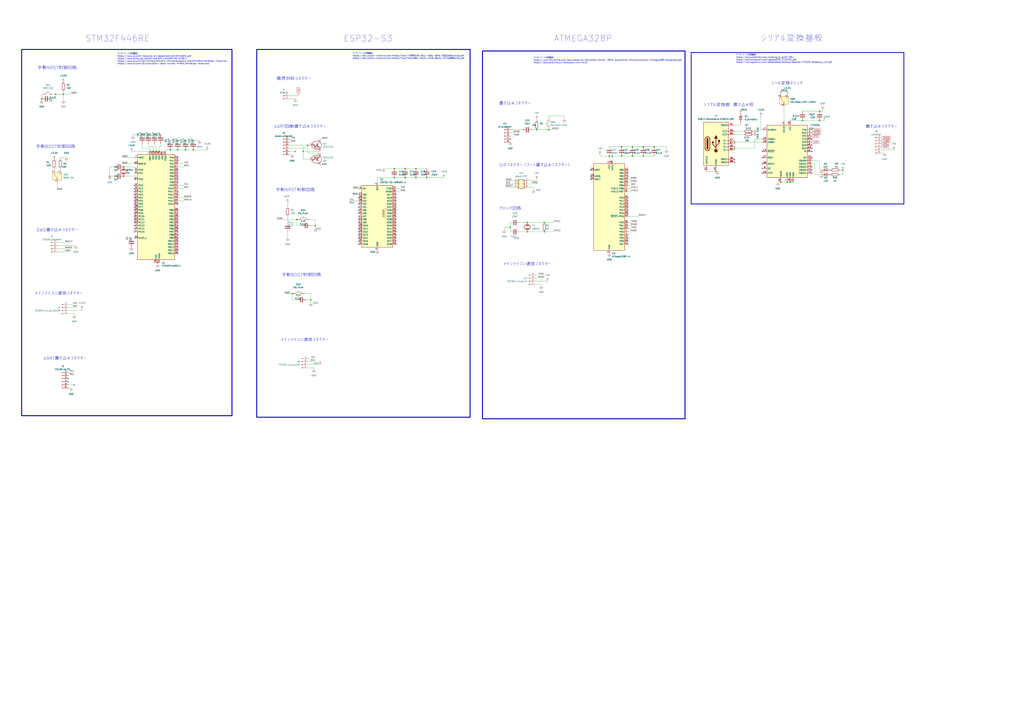
<source format=kicad_sch>
(kicad_sch (version 20231120) (generator "eeschema") (generator_version "8.0")
  (paper "A1")
  (lib_symbols
    (symbol "Connector:Conn_01x02_Pin" (pin_names (offset 1.016) hide)
      (property "Reference" "J" (at 0 2.54 0))
      (property "Value" "Conn_01x02_Pin" (at 0 -5.08 0))
      (symbol "Conn_01x02_Pin_1_1"
        (pin passive line (at 5.08 0 180) (length 3.81) (name "Pin_1") (number "1"))
        (pin passive line (at 5.08 -2.54 180) (length 3.81) (name "Pin_2") (number "2"))
      )
    )
    (symbol "Connector:Conn_01x04_Pin" (pin_names (offset 1.016) hide)
      (property "Reference" "J" (at 0 5.08 0))
      (property "Value" "Conn_01x04_Pin" (at 0 -7.62 0))
      (symbol "Conn_01x04_Pin_1_1"
        (pin passive line (at 5.08 2.54 180) (length 3.81) (name "Pin_1") (number "1"))
        (pin passive line (at 5.08 0 180) (length 3.81) (name "Pin_2") (number "2"))
        (pin passive line (at 5.08 -2.54 180) (length 3.81) (name "Pin_3") (number "3"))
        (pin passive line (at 5.08 -5.08 180) (length 3.81) (name "Pin_4") (number "4"))
      )
    )
    (symbol "Connector:Conn_01x05_Pin" (pin_names (offset 1.016) hide)
      (property "Reference" "J" (at 0 7.62 0))
      (property "Value" "Conn_01x05_Pin" (at 0 -7.62 0))
      (symbol "Conn_01x05_Pin_1_1"
        (pin passive line (at 5.08 5.08 180) (length 3.81) (name "Pin_1") (number "1"))
        (pin passive line (at 5.08 2.54 180) (length 3.81) (name "Pin_2") (number "2"))
        (pin passive line (at 5.08 0 180) (length 3.81) (name "Pin_3") (number "3"))
        (pin passive line (at 5.08 -2.54 180) (length 3.81) (name "Pin_4") (number "4"))
        (pin passive line (at 5.08 -5.08 180) (length 3.81) (name "Pin_5") (number "5"))
      )
    )
    (symbol "Connector:Conn_01x06_Pin" (pin_names (offset 1.016) hide)
      (property "Reference" "J" (at 0 7.62 0))
      (property "Value" "Conn_01x06_Pin" (at 0 -10.16 0))
      (symbol "Conn_01x06_Pin_1_1"
        (pin passive line (at 5.08 5.08 180) (length 3.81) (name "Pin_1") (number "1"))
        (pin passive line (at 5.08 2.54 180) (length 3.81) (name "Pin_2") (number "2"))
        (pin passive line (at 5.08 0 180) (length 3.81) (name "Pin_3") (number "3"))
        (pin passive line (at 5.08 -2.54 180) (length 3.81) (name "Pin_4") (number "4"))
        (pin passive line (at 5.08 -5.08 180) (length 3.81) (name "Pin_5") (number "5"))
        (pin passive line (at 5.08 -7.62 180) (length 3.81) (name "Pin_6") (number "6"))
      )
    )
    (symbol "Connector:USB_C_Receptacle_USB2.0_16P" (pin_names (offset 1.016))
      (property "Reference" "J" (at 0 22.225 0))
      (property "Value" "USB_C_Receptacle_USB2.0_16P" (at 0 19.685 0))
      (symbol "USB_C_Receptacle_USB2.0_16P_1_1"
        (pin passive line (at 0 -22.86 90) (length 5.08) (name "GND") (number "A1"))
        (pin passive line (at 0 -22.86 90) (length 5.08) hide (name "GND") (number "A12"))
        (pin passive line (at 15.24 15.24 180) (length 5.08) (name "VBUS") (number "A4"))
        (pin bidirectional line (at 15.24 10.16 180) (length 5.08) (name "CC1") (number "A5"))
        (pin bidirectional line (at 15.24 -2.54 180) (length 5.08) (name "D+") (number "A6"))
        (pin bidirectional line (at 15.24 2.54 180) (length 5.08) (name "D-") (number "A7"))
        (pin bidirectional line (at 15.24 -12.7 180) (length 5.08) (name "SBU1") (number "A8"))
        (pin passive line (at 15.24 15.24 180) (length 5.08) hide (name "VBUS") (number "A9"))
        (pin passive line (at 0 -22.86 90) (length 5.08) hide (name "GND") (number "B1"))
        (pin passive line (at 0 -22.86 90) (length 5.08) hide (name "GND") (number "B12"))
        (pin passive line (at 15.24 15.24 180) (length 5.08) hide (name "VBUS") (number "B4"))
        (pin bidirectional line (at 15.24 7.62 180) (length 5.08) (name "CC2") (number "B5"))
        (pin bidirectional line (at 15.24 -5.08 180) (length 5.08) (name "D+") (number "B6"))
        (pin bidirectional line (at 15.24 0 180) (length 5.08) (name "D-") (number "B7"))
        (pin bidirectional line (at 15.24 -15.24 180) (length 5.08) (name "SBU2") (number "B8"))
        (pin passive line (at 15.24 15.24 180) (length 5.08) hide (name "VBUS") (number "B9"))
        (pin passive line (at -7.62 -22.86 90) (length 5.08) (name "SHIELD") (number "S1"))
      )
    )
    (symbol "Connector_Generic:Conn_02x03_Odd_Even" (pin_names (offset 1.016) hide)
      (property "Reference" "J" (at 1.27 5.08 0))
      (property "Value" "Conn_02x03_Odd_Even" (at 1.27 -5.08 0))
      (symbol "Conn_02x03_Odd_Even_1_1"
        (pin passive line (at -5.08 2.54 0) (length 3.81) (name "Pin_1") (number "1"))
        (pin passive line (at 7.62 2.54 180) (length 3.81) (name "Pin_2") (number "2"))
        (pin passive line (at -5.08 0 0) (length 3.81) (name "Pin_3") (number "3"))
        (pin passive line (at 7.62 0 180) (length 3.81) (name "Pin_4") (number "4"))
        (pin passive line (at -5.08 -2.54 0) (length 3.81) (name "Pin_5") (number "5"))
        (pin passive line (at 7.62 -2.54 180) (length 3.81) (name "Pin_6") (number "6"))
      )
    )
    (symbol "Device:C" (pin_numbers hide) (pin_names (offset 0.254))
      (property "Reference" "C" (at 0.635 2.54 0))
      (property "Value" "C" (at 0.635 -2.54 0))
      (symbol "C_1_1"
        (pin passive line (at 0 3.81 270) (length 2.794) (name "~") (number "1"))
        (pin passive line (at 0 -3.81 90) (length 2.794) (name "~") (number "2"))
      )
    )
    (symbol "Device:Crystal" (pin_numbers hide) (pin_names (offset 1.016) hide)
      (property "Reference" "Y" (at 0 3.81 0))
      (property "Value" "Crystal" (at 0 -3.81 0))
      (symbol "Crystal_1_1"
        (pin passive line (at -3.81 0 0) (length 1.27) (name "1") (number "1"))
        (pin passive line (at 3.81 0 180) (length 1.27) (name "2") (number "2"))
      )
    )
    (symbol "Device:D_Schottky" (pin_numbers hide) (pin_names (offset 1.016) hide)
      (property "Reference" "D" (at 0 2.54 0))
      (property "Value" "D_Schottky" (at 0 -2.54 0))
      (symbol "D_Schottky_1_1"
        (pin passive line (at -3.81 0 0) (length 2.54) (name "K") (number "1"))
        (pin passive line (at 3.81 0 180) (length 2.54) (name "A") (number "2"))
      )
    )
    (symbol "Device:LED" (pin_numbers hide) (pin_names (offset 1.016) hide)
      (property "Reference" "D" (at 0 2.54 0))
      (property "Value" "LED" (at 0 -2.54 0))
      (symbol "LED_1_1"
        (pin passive line (at -3.81 0 0) (length 2.54) (name "K") (number "1"))
        (pin passive line (at 3.81 0 180) (length 2.54) (name "A") (number "2"))
      )
    )
    (symbol "Device:R" (pin_numbers hide) (pin_names (offset 0))
      (property "Reference" "R" (at 2.032 0 90))
      (property "Value" "R" (at 0 0 90))
      (symbol "R_1_1"
        (pin passive line (at 0 3.81 270) (length 1.27) (name "~") (number "1"))
        (pin passive line (at 0 -3.81 90) (length 1.27) (name "~") (number "2"))
      )
    )
    (symbol "Interface_USB:FT232RL"
      (property "Reference" "U" (at -16.51 22.86 0))
      (property "Value" "FT232RL" (at 10.16 22.86 0))
      (symbol "FT232RL_1_1"
        (pin output line (at 20.32 17.78 180) (length 3.81) (name "TXD") (number "1"))
        (pin input input_low (at 20.32 2.54 180) (length 3.81) (name "DCD") (number "10"))
        (pin input input_low (at 20.32 10.16 180) (length 3.81) (name "CTS") (number "11"))
        (pin bidirectional line (at 20.32 -17.78 180) (length 3.81) (name "CBUS4") (number "12"))
        (pin bidirectional line (at 20.32 -12.7 180) (length 3.81) (name "CBUS2") (number "13"))
        (pin bidirectional line (at 20.32 -15.24 180) (length 3.81) (name "CBUS3") (number "14"))
        (pin bidirectional line (at -20.32 10.16 0) (length 3.81) (name "USBD+") (number "15"))
        (pin bidirectional line (at -20.32 7.62 0) (length 3.81) (name "USBD-") (number "16"))
        (pin power_out line (at -20.32 17.78 0) (length 3.81) (name "3V3OUT") (number "17"))
        (pin power_in line (at 2.54 -25.4 90) (length 3.81) (name "GND") (number "18"))
        (pin input line (at -20.32 0 0) (length 3.81) (name "~{RESET}") (number "19"))
        (pin output output_low (at 20.32 7.62 180) (length 3.81) (name "DTR") (number "2"))
        (pin power_in line (at 2.54 25.4 270) (length 3.81) (name "VCC") (number "20"))
        (pin power_in line (at 5.08 -25.4 90) (length 3.81) (name "GND") (number "21"))
        (pin bidirectional line (at 20.32 -10.16 180) (length 3.81) (name "CBUS1") (number "22"))
        (pin bidirectional line (at 20.32 -7.62 180) (length 3.81) (name "CBUS0") (number "23"))
        (pin input line (at 20.32 -5.08 180) (length 3.81) (name "NC") (number "24"))
        (pin power_in line (at -5.08 -25.4 90) (length 3.81) (name "AGND") (number "25"))
        (pin input line (at -20.32 -17.78 0) (length 3.81) (name "TEST") (number "26"))
        (pin input line (at -20.32 -5.08 0) (length 3.81) (name "OSCI") (number "27"))
        (pin output line (at -20.32 -10.16 0) (length 3.81) (name "OSCO") (number "28"))
        (pin output output_low (at 20.32 12.7 180) (length 3.81) (name "RTS") (number "3"))
        (pin power_in line (at -2.54 25.4 270) (length 3.81) (name "VCCIO") (number "4"))
        (pin input line (at 20.32 15.24 180) (length 3.81) (name "RXD") (number "5"))
        (pin input input_low (at 20.32 0 180) (length 3.81) (name "RI") (number "6"))
        (pin power_in line (at 0 -25.4 90) (length 3.81) (name "GND") (number "7"))
        (pin output line (at -20.32 -13.97 0) (length 3.81) (name "NC") (number "8"))
        (pin input input_low (at 20.32 5.08 180) (length 3.81) (name "DCR") (number "9"))
      )
    )
    (symbol "MCU_Microchip_ATmega:ATmega328P-A"
      (property "Reference" "U" (at -12.7 36.83 0))
      (property "Value" "ATmega328P-A" (at 2.54 -36.83 0))
      (symbol "ATmega328P-A_1_1"
        (pin bidirectional line (at 15.24 -20.32 180) (length 2.54) (name "PD3") (number "1"))
        (pin bidirectional line (at 15.24 -27.94 180) (length 2.54) (name "PD6") (number "10"))
        (pin bidirectional line (at 15.24 -30.48 180) (length 2.54) (name "PD7") (number "11"))
        (pin bidirectional line (at 15.24 30.48 180) (length 2.54) (name "PB0") (number "12"))
        (pin bidirectional line (at 15.24 27.94 180) (length 2.54) (name "PB1") (number "13"))
        (pin bidirectional line (at 15.24 25.4 180) (length 2.54) (name "PB2") (number "14"))
        (pin bidirectional line (at 15.24 22.86 180) (length 2.54) (name "PB3") (number "15"))
        (pin bidirectional line (at 15.24 20.32 180) (length 2.54) (name "PB4") (number "16"))
        (pin bidirectional line (at 15.24 17.78 180) (length 2.54) (name "PB5") (number "17"))
        (pin power_in line (at 2.54 38.1 270) (length 2.54) (name "AVCC") (number "18"))
        (pin input line (at -15.24 25.4 0) (length 2.54) (name "ADC6") (number "19"))
        (pin bidirectional line (at 15.24 -22.86 180) (length 2.54) (name "PD4") (number "2"))
        (pin passive line (at -15.24 30.48 0) (length 2.54) (name "AREF") (number "20"))
        (pin passive line (at 0 -38.1 90) (length 2.54) hide (name "GND") (number "21"))
        (pin input line (at -15.24 22.86 0) (length 2.54) (name "ADC7") (number "22"))
        (pin bidirectional line (at 15.24 7.62 180) (length 2.54) (name "PC0") (number "23"))
        (pin bidirectional line (at 15.24 5.08 180) (length 2.54) (name "PC1") (number "24"))
        (pin bidirectional line (at 15.24 2.54 180) (length 2.54) (name "PC2") (number "25"))
        (pin bidirectional line (at 15.24 0 180) (length 2.54) (name "PC3") (number "26"))
        (pin bidirectional line (at 15.24 -2.54 180) (length 2.54) (name "PC4") (number "27"))
        (pin bidirectional line (at 15.24 -5.08 180) (length 2.54) (name "PC5") (number "28"))
        (pin bidirectional line (at 15.24 -7.62 180) (length 2.54) (name "~{RESET}/PC6") (number "29"))
        (pin power_in line (at 0 -38.1 90) (length 2.54) (name "GND") (number "3"))
        (pin bidirectional line (at 15.24 -12.7 180) (length 2.54) (name "PD0") (number "30"))
        (pin bidirectional line (at 15.24 -15.24 180) (length 2.54) (name "PD1") (number "31"))
        (pin bidirectional line (at 15.24 -17.78 180) (length 2.54) (name "PD2") (number "32"))
        (pin power_in line (at 0 38.1 270) (length 2.54) (name "VCC") (number "4"))
        (pin passive line (at 0 -38.1 90) (length 2.54) hide (name "GND") (number "5"))
        (pin passive line (at 0 38.1 270) (length 2.54) hide (name "VCC") (number "6"))
        (pin bidirectional line (at 15.24 15.24 180) (length 2.54) (name "XTAL1/PB6") (number "7"))
        (pin bidirectional line (at 15.24 12.7 180) (length 2.54) (name "XTAL2/PB7") (number "8"))
        (pin bidirectional line (at 15.24 -25.4 180) (length 2.54) (name "PD5") (number "9"))
      )
    )
    (symbol "MCU_ST_STM32F4:STM32F446RETx"
      (property "Reference" "U" (at -15.24 44.45 0))
      (property "Value" "STM32F446RETx" (at 10.16 44.45 0))
      (symbol "STM32F446RETx_1_1"
        (pin power_in line (at -5.08 45.72 270) (length 2.54) (name "VBAT") (number "1"))
        (pin bidirectional line (at -17.78 12.7 0) (length 2.54) (name "PC2") (number "10"))
        (pin bidirectional line (at -17.78 10.16 0) (length 2.54) (name "PC3") (number "11"))
        (pin power_in line (at 2.54 -45.72 90) (length 2.54) (name "VSSA") (number "12"))
        (pin power_in line (at 7.62 45.72 270) (length 2.54) (name "VDDA") (number "13"))
        (pin bidirectional line (at 17.78 40.64 180) (length 2.54) (name "PA0") (number "14"))
        (pin bidirectional line (at 17.78 38.1 180) (length 2.54) (name "PA1") (number "15"))
        (pin bidirectional line (at 17.78 35.56 180) (length 2.54) (name "PA2") (number "16"))
        (pin bidirectional line (at 17.78 33.02 180) (length 2.54) (name "PA3") (number "17"))
        (pin power_in line (at 0 -45.72 90) (length 2.54) (name "VSS") (number "18"))
        (pin power_in line (at -2.54 45.72 270) (length 2.54) (name "VDD") (number "19"))
        (pin bidirectional line (at -17.78 -15.24 0) (length 2.54) (name "PC13") (number "2"))
        (pin bidirectional line (at 17.78 30.48 180) (length 2.54) (name "PA4") (number "20"))
        (pin bidirectional line (at 17.78 27.94 180) (length 2.54) (name "PA5") (number "21"))
        (pin bidirectional line (at 17.78 25.4 180) (length 2.54) (name "PA6") (number "22"))
        (pin bidirectional line (at 17.78 22.86 180) (length 2.54) (name "PA7") (number "23"))
        (pin bidirectional line (at -17.78 7.62 0) (length 2.54) (name "PC4") (number "24"))
        (pin bidirectional line (at -17.78 5.08 0) (length 2.54) (name "PC5") (number "25"))
        (pin bidirectional line (at 17.78 -2.54 180) (length 2.54) (name "PB0") (number "26"))
        (pin bidirectional line (at 17.78 -5.08 180) (length 2.54) (name "PB1") (number "27"))
        (pin bidirectional line (at 17.78 -7.62 180) (length 2.54) (name "PB2") (number "28"))
        (pin bidirectional line (at 17.78 -27.94 180) (length 2.54) (name "PB10") (number "29"))
        (pin bidirectional line (at -17.78 -17.78 0) (length 2.54) (name "PC14") (number "3"))
        (pin power_out line (at -17.78 -25.4 0) (length 2.54) (name "VCAP_1") (number "30"))
        (pin passive line (at 0 -45.72 90) (length 2.54) hide (name "VSS") (number "31"))
        (pin power_in line (at 0 45.72 270) (length 2.54) (name "VDD") (number "32"))
        (pin bidirectional line (at 17.78 -30.48 180) (length 2.54) (name "PB12") (number "33"))
        (pin bidirectional line (at 17.78 -33.02 180) (length 2.54) (name "PB13") (number "34"))
        (pin bidirectional line (at 17.78 -35.56 180) (length 2.54) (name "PB14") (number "35"))
        (pin bidirectional line (at 17.78 -38.1 180) (length 2.54) (name "PB15") (number "36"))
        (pin bidirectional line (at -17.78 2.54 0) (length 2.54) (name "PC6") (number "37"))
        (pin bidirectional line (at -17.78 0 0) (length 2.54) (name "PC7") (number "38"))
        (pin bidirectional line (at -17.78 -2.54 0) (length 2.54) (name "PC8") (number "39"))
        (pin bidirectional line (at -17.78 -20.32 0) (length 2.54) (name "PC15") (number "4"))
        (pin bidirectional line (at -17.78 -5.08 0) (length 2.54) (name "PC9") (number "40"))
        (pin bidirectional line (at 17.78 20.32 180) (length 2.54) (name "PA8") (number "41"))
        (pin bidirectional line (at 17.78 17.78 180) (length 2.54) (name "PA9") (number "42"))
        (pin bidirectional line (at 17.78 15.24 180) (length 2.54) (name "PA10") (number "43"))
        (pin bidirectional line (at 17.78 12.7 180) (length 2.54) (name "PA11") (number "44"))
        (pin bidirectional line (at 17.78 10.16 180) (length 2.54) (name "PA12") (number "45"))
        (pin bidirectional line (at 17.78 7.62 180) (length 2.54) (name "PA13") (number "46"))
        (pin passive line (at 0 -45.72 90) (length 2.54) hide (name "VSS") (number "47"))
        (pin power_in line (at 2.54 45.72 270) (length 2.54) (name "VDD") (number "48"))
        (pin bidirectional line (at 17.78 5.08 180) (length 2.54) (name "PA14") (number "49"))
        (pin bidirectional line (at -17.78 30.48 0) (length 2.54) (name "PH0") (number "5"))
        (pin bidirectional line (at 17.78 2.54 180) (length 2.54) (name "PA15") (number "50"))
        (pin bidirectional line (at -17.78 -7.62 0) (length 2.54) (name "PC10") (number "51"))
        (pin bidirectional line (at -17.78 -10.16 0) (length 2.54) (name "PC11") (number "52"))
        (pin bidirectional line (at -17.78 -12.7 0) (length 2.54) (name "PC12") (number "53"))
        (pin bidirectional line (at -17.78 22.86 0) (length 2.54) (name "PD2") (number "54"))
        (pin bidirectional line (at 17.78 -10.16 180) (length 2.54) (name "PB3") (number "55"))
        (pin bidirectional line (at 17.78 -12.7 180) (length 2.54) (name "PB4") (number "56"))
        (pin bidirectional line (at 17.78 -15.24 180) (length 2.54) (name "PB5") (number "57"))
        (pin bidirectional line (at 17.78 -17.78 180) (length 2.54) (name "PB6") (number "58"))
        (pin bidirectional line (at 17.78 -20.32 180) (length 2.54) (name "PB7") (number "59"))
        (pin bidirectional line (at -17.78 27.94 0) (length 2.54) (name "PH1") (number "6"))
        (pin input line (at -17.78 35.56 0) (length 2.54) (name "BOOT0") (number "60"))
        (pin bidirectional line (at 17.78 -22.86 180) (length 2.54) (name "PB8") (number "61"))
        (pin bidirectional line (at 17.78 -25.4 180) (length 2.54) (name "PB9") (number "62"))
        (pin passive line (at 0 -45.72 90) (length 2.54) hide (name "VSS") (number "63"))
        (pin power_in line (at 5.08 45.72 270) (length 2.54) (name "VDD") (number "64"))
        (pin input line (at -17.78 40.64 0) (length 2.54) (name "NRST") (number "7"))
        (pin bidirectional line (at -17.78 17.78 0) (length 2.54) (name "PC0") (number "8"))
        (pin bidirectional line (at -17.78 15.24 0) (length 2.54) (name "PC1") (number "9"))
      )
    )
    (symbol "RF_Module:ESP32-S3-WROOM-1"
      (property "Reference" "U" (at -12.7 26.67 0))
      (property "Value" "ESP32-S3-WROOM-1" (at 12.7 26.67 0))
      (symbol "ESP32-S3-WROOM-1_0_0"
        (text "PSRAM" (at 5.08 2.54 900) (effects (font (size 1.27 1.27))))
      )
      (symbol "ESP32-S3-WROOM-1_1_1"
        (pin power_in line (at 0 -27.94 90) (length 2.54) (name "GND") (number "1"))
        (pin bidirectional line (at 15.24 17.78 180) (length 2.54) (name "IO17") (number "10"))
        (pin bidirectional line (at 15.24 15.24 180) (length 2.54) (name "IO18") (number "11"))
        (pin bidirectional line (at -15.24 -2.54 0) (length 2.54) (name "IO8") (number "12"))
        (pin bidirectional line (at 15.24 12.7 180) (length 2.54) (name "IO19") (number "13"))
        (pin bidirectional line (at 15.24 10.16 180) (length 2.54) (name "IO20") (number "14"))
        (pin bidirectional line (at -15.24 10.16 0) (length 2.54) (name "IO3") (number "15"))
        (pin bidirectional line (at 15.24 -17.78 180) (length 2.54) (name "IO46") (number "16"))
        (pin bidirectional line (at -15.24 -5.08 0) (length 2.54) (name "IO9") (number "17"))
        (pin bidirectional line (at -15.24 -7.62 0) (length 2.54) (name "IO10") (number "18"))
        (pin bidirectional line (at -15.24 -10.16 0) (length 2.54) (name "IO11") (number "19"))
        (pin power_in line (at 0 27.94 270) (length 2.54) (name "3V3") (number "2"))
        (pin bidirectional line (at -15.24 -12.7 0) (length 2.54) (name "IO12") (number "20"))
        (pin bidirectional line (at -15.24 -15.24 0) (length 2.54) (name "IO13") (number "21"))
        (pin bidirectional line (at -15.24 -17.78 0) (length 2.54) (name "IO14") (number "22"))
        (pin bidirectional line (at 15.24 7.62 180) (length 2.54) (name "IO21") (number "23"))
        (pin bidirectional line (at 15.24 -20.32 180) (length 2.54) (name "IO47") (number "24"))
        (pin bidirectional line (at 15.24 -22.86 180) (length 2.54) (name "IO48") (number "25"))
        (pin bidirectional line (at 15.24 -15.24 180) (length 2.54) (name "IO45") (number "26"))
        (pin bidirectional line (at -15.24 17.78 0) (length 2.54) (name "IO0") (number "27"))
        (pin bidirectional line (at 15.24 5.08 180) (length 2.54) (name "IO35") (number "28"))
        (pin bidirectional line (at 15.24 2.54 180) (length 2.54) (name "IO36") (number "29"))
        (pin input line (at -15.24 22.86 0) (length 2.54) (name "EN") (number "3"))
        (pin bidirectional line (at 15.24 0 180) (length 2.54) (name "IO37") (number "30"))
        (pin bidirectional line (at 15.24 -2.54 180) (length 2.54) (name "IO38") (number "31"))
        (pin bidirectional line (at 15.24 -5.08 180) (length 2.54) (name "IO39") (number "32"))
        (pin bidirectional line (at 15.24 -7.62 180) (length 2.54) (name "IO40") (number "33"))
        (pin bidirectional line (at 15.24 -10.16 180) (length 2.54) (name "IO41") (number "34"))
        (pin bidirectional line (at 15.24 -12.7 180) (length 2.54) (name "IO42") (number "35"))
        (pin bidirectional line (at 15.24 20.32 180) (length 2.54) (name "RXD0") (number "36"))
        (pin bidirectional line (at 15.24 22.86 180) (length 2.54) (name "TXD0") (number "37"))
        (pin bidirectional line (at -15.24 12.7 0) (length 2.54) (name "IO2") (number "38"))
        (pin bidirectional line (at -15.24 15.24 0) (length 2.54) (name "IO1") (number "39"))
        (pin bidirectional line (at -15.24 7.62 0) (length 2.54) (name "IO4") (number "4"))
        (pin passive line (at 0 -27.94 90) (length 2.54) hide (name "GND") (number "40"))
        (pin passive line (at 0 -27.94 90) (length 2.54) hide (name "GND") (number "41"))
        (pin bidirectional line (at -15.24 5.08 0) (length 2.54) (name "IO5") (number "5"))
        (pin bidirectional line (at -15.24 2.54 0) (length 2.54) (name "IO6") (number "6"))
        (pin bidirectional line (at -15.24 0 0) (length 2.54) (name "IO7") (number "7"))
        (pin bidirectional line (at -15.24 -20.32 0) (length 2.54) (name "IO15") (number "8"))
        (pin bidirectional line (at -15.24 -22.86 0) (length 2.54) (name "IO16") (number "9"))
      )
    )
    (symbol "Switch:SW_Nidec_CAS-120A1" (pin_names (offset 1) hide)
      (property "Reference" "SW" (at 0 4.318 0))
      (property "Value" "SW_Nidec_CAS-120A1" (at 0 -5.08 0))
      (symbol "SW_Nidec_CAS-120A1_1_1"
        (pin passive line (at 5.08 -2.54 180) (length 2.54) (name "C") (number "1"))
        (pin passive line (at -5.08 0 0) (length 2.54) (name "B") (number "2"))
        (pin passive line (at 5.08 2.54 180) (length 2.54) (name "A") (number "3"))
      )
    )
    (symbol "Switch:SW_Push" (pin_numbers hide) (pin_names (offset 1.016) hide)
      (property "Reference" "SW" (at 1.27 2.54 0))
      (property "Value" "SW_Push" (at 0 -1.524 0))
      (symbol "SW_Push_0_1"
        (pin passive line (at -5.08 0 0) (length 2.54) (name "1") (number "1"))
        (pin passive line (at 5.08 0 180) (length 2.54) (name "2") (number "2"))
      )
    )
    (symbol "Transistor_BJT:DTC114E" (pin_names (offset 0) hide)
      (property "Reference" "Q" (at 5.08 1.905 0))
      (property "Value" "DTC114E" (at 5.08 0 0))
      (symbol "DTC114E_0_0"
        (text "10k" (at -3.302 0.889 0) (effects (font (size 0.508 0.508))))
        (text "10k" (at -2.159 -1.524 900) (effects (font (size 0.508 0.508))))
      )
      (symbol "DTC114E_1_1"
        (pin input line (at -6.35 0 0) (length 2.54) (name "B") (number "1"))
        (pin passive line (at 2.54 -5.08 90) (length 2.54) (name "E") (number "2"))
        (pin passive line (at 2.54 5.08 270) (length 2.54) (name "C") (number "3"))
      )
    )
    (symbol "power:+3.3V" (power) (pin_numbers hide) (pin_names (offset 0) hide)
      (property "Value" "+3.3V" (at 0 3.556 0))
      (symbol "+3.3V_1_1"
        (pin power_in line (at 0 0 90) (length 0) (name "~") (number "1"))
      )
    )
    (symbol "power:+3V3" (power) (pin_numbers hide) (pin_names (offset 0) hide)
      (property "Value" "+3V3" (at 0 3.556 0))
      (symbol "+3V3_1_1"
        (pin power_in line (at 0 0 90) (length 0) (name "~") (number "1"))
      )
    )
    (symbol "power:+5V" (power) (pin_numbers hide) (pin_names (offset 0) hide)
      (property "Value" "+5V" (at 0 3.556 0))
      (symbol "+5V_1_1"
        (pin power_in line (at 0 0 90) (length 0) (name "~") (number "1"))
      )
    )
    (symbol "power:GND" (power) (pin_names (offset 0))
      (property "Value" "GND" (at 0 -3.81 0))
      (symbol "GND_1_1"
        (pin power_in line (at 0 0 270) (length 0) hide (name "GND") (number "1"))
      )
    )
  )
  (junction (at 152.4 115.57))
  (junction (at 510.54 128.27))
  (junction (at 419.1 186.69))
  (junction (at 128.27 124.46))
  (junction (at 52.07 77.47))
  (junction (at 341.63 138.43))
  (junction (at 440.69 106.68))
  (junction (at 146.05 115.57))
  (junction (at 129.54 215.9))
  (junction (at 139.7 123.19))
  (junction (at 673.1 91.44))
  (junction (at 641.35 149.86))
  (junction (at 158.75 123.19))
  (junction (at 332.74 146.05))
  (junction (at 248.92 124.46))
  (junction (at 255.27 246.38))
  (junction (at 588.01 140.97))
  (junction (at 450.85 106.68))
  (junction (at 243.84 180.34))
  (junction (at 433.07 190.5))
  (junction (at 146.05 123.19))
  (junction (at 101.6 144.78))
  (junction (at 123.19 124.46))
  (junction (at 350.52 146.05))
  (junction (at 646.43 149.86))
  (junction (at 259.08 185.42))
  (junction (at 130.81 124.46))
  (junction (at 240.03 241.3))
  (junction (at 447.04 190.5))
  (junction (at 673.1 99.06))
  (junction (at 101.6 137.16))
  (junction (at 341.63 146.05))
  (junction (at 125.73 124.46))
  (junction (at 252.73 119.38))
  (junction (at 603.25 116.84))
  (junction (at 433.07 182.88))
  (junction (at 519.43 120.65))
  (junction (at 45.72 77.47))
  (junction (at 659.13 99.06))
  (junction (at 90.17 144.78))
  (junction (at 121.92 110.49))
  (junction (at 537.21 120.65))
  (junction (at 332.74 138.43))
  (junction (at 152.4 123.19))
  (junction (at 528.32 120.65))
  (junction (at 127 110.49))
  (junction (at 447.04 182.88))
  (junction (at 603.25 121.92))
  (junction (at 323.85 138.43))
  (junction (at 502.92 128.27))
  (junction (at 34.29 81.28))
  (junction (at 500.38 128.27))
  (junction (at 648.97 149.86))
  (junction (at 116.84 110.49))
  (junction (at 528.32 128.27))
  (junction (at 510.54 120.65))
  (junction (at 519.43 128.27))
  (junction (at 323.85 146.05))
  (junction (at 692.15 139.7))
  (junction (at 158.75 115.57))
  (no_connect (at 515.62 170.18))
  (no_connect (at 325.12 182.88))
  (no_connect (at 325.12 180.34))
  (no_connect (at 325.12 187.96))
  (no_connect (at 110.49 177.8))
  (no_connect (at 110.49 147.32))
  (no_connect (at 146.05 203.2))
  (no_connect (at 146.05 175.26))
  (no_connect (at 146.05 195.58))
  (no_connect (at 515.62 167.64))
  (no_connect (at 146.05 147.32))
  (no_connect (at 515.62 144.78))
  (no_connect (at 294.64 198.12))
  (no_connect (at 146.05 149.86))
  (no_connect (at 515.62 198.12))
  (no_connect (at 325.12 170.18))
  (no_connect (at 146.05 205.74))
  (no_connect (at 325.12 185.42))
  (no_connect (at 146.05 200.66))
  (no_connect (at 146.05 190.5))
  (no_connect (at 666.75 142.24))
  (no_connect (at 325.12 193.04))
  (no_connect (at 146.05 129.54))
  (no_connect (at 626.11 129.54))
  (no_connect (at 146.05 182.88))
  (no_connect (at 146.05 142.24))
  (no_connect (at 146.05 193.04))
  (no_connect (at 294.64 177.8))
  (no_connect (at 294.64 185.42))
  (no_connect (at 666.75 139.7))
  (no_connect (at 666.75 137.16))
  (no_connect (at 110.49 154.94))
  (no_connect (at 325.12 175.26))
  (no_connect (at 110.49 160.02))
  (no_connect (at 110.49 187.96))
  (no_connect (at 294.64 182.88))
  (no_connect (at 294.64 190.5))
  (no_connect (at 325.12 198.12))
  (no_connect (at 294.64 195.58))
  (no_connect (at 110.49 172.72))
  (no_connect (at 325.12 162.56))
  (no_connect (at 294.64 170.18))
  (no_connect (at 146.05 172.72))
  (no_connect (at 294.64 167.64))
  (no_connect (at 55.88 311.15))
  (no_connect (at 485.14 147.32))
  (no_connect (at 146.05 185.42))
  (no_connect (at 110.49 175.26))
  (no_connect (at 110.49 170.18))
  (no_connect (at 110.49 157.48))
  (no_connect (at 419.1 114.3))
  (no_connect (at 626.11 142.24))
  (no_connect (at 146.05 180.34))
  (no_connect (at 666.75 114.3))
  (no_connect (at 294.64 193.04))
  (no_connect (at 110.49 152.4))
  (no_connect (at 626.11 134.62))
  (no_connect (at 325.12 177.8))
  (no_connect (at 146.05 144.78))
  (no_connect (at 146.05 157.48))
  (no_connect (at 515.62 195.58))
  (no_connect (at 485.14 144.78))
  (no_connect (at 626.11 138.43))
  (no_connect (at 146.05 187.96))
  (no_connect (at 110.49 167.64))
  (no_connect (at 294.64 200.66))
  (no_connect (at 146.05 167.64))
  (no_connect (at 146.05 208.28))
  (no_connect (at 146.05 198.12))
  (no_connect (at 515.62 139.7))
  (no_connect (at 603.25 133.35))
  (no_connect (at 325.12 167.64))
  (no_connect (at 146.05 139.7))
  (no_connect (at 110.49 180.34))
  (no_connect (at 626.11 124.46))
  (no_connect (at 666.75 124.46))
  (no_connect (at 515.62 175.26))
  (no_connect (at 55.88 313.69))
  (no_connect (at 325.12 200.66))
  (no_connect (at 666.75 119.38))
  (no_connect (at 294.64 187.96))
  (no_connect (at 603.25 130.81))
  (no_connect (at 146.05 160.02))
  (no_connect (at 515.62 142.24))
  (no_connect (at 242.57 124.46))
  (no_connect (at 294.64 162.56))
  (no_connect (at 294.64 172.72))
  (no_connect (at 110.49 185.42))
  (no_connect (at 146.05 177.8))
  (no_connect (at 666.75 129.54))
  (no_connect (at 515.62 172.72))
  (no_connect (at 515.62 200.66))
  (no_connect (at 110.49 165.1))
  (no_connect (at 110.49 190.5))
  (no_connect (at 110.49 182.88))
  (no_connect (at 294.64 180.34))
  (no_connect (at 485.14 139.7))
  (no_connect (at 325.12 160.02))
  (no_connect (at 515.62 165.1))
  (no_connect (at 294.64 175.26))
  (no_connect (at 146.05 132.08))
  (no_connect (at 325.12 165.1))
  (no_connect (at 666.75 121.92))
  (no_connect (at 325.12 172.72))
  (no_connect (at 60.96 316.23))
  (no_connect (at 110.49 162.56))
  (no_connect (at 515.62 193.04))
  (no_connect (at 325.12 195.58))
  (no_connect (at 325.12 190.5))
  (no_connect (at 515.62 162.56))
  (wire (pts (xy 146.05 152.4) (xy 151.13 152.4)))
  (wire (pts (xy 463.55 97.79) (xy 463.55 95.25)))
  (wire (pts (xy 673.1 139.7) (xy 674.37 139.7)))
  (wire (pts (xy 110.49 144.78) (xy 110.49 142.24)))
  (wire (pts (xy 255.27 185.42) (xy 259.08 185.42)))
  (wire (pts (xy 252.73 125.73) (xy 252.73 119.38)))
  (wire (pts (xy 252.73 294.64) (xy 255.27 294.64)))
  (wire (pts (xy 440.69 97.79) (xy 440.69 99.06)))
  (wire (pts (xy 439.42 226.06) (xy 441.96 226.06)))
  (wire (pts (xy 243.84 185.42) (xy 243.84 180.34)))
  (wire (pts (xy 251.46 246.38) (xy 255.27 246.38)))
  (wire (pts (xy 450.85 96.52) (xy 450.85 95.25)))
  (wire (pts (xy 603.25 120.65) (xy 603.25 121.92)))
  (wire (pts (xy 439.42 228.6) (xy 441.96 228.6)))
  (wire (pts (xy 127 120.65) (xy 128.27 120.65)))
  (wire (pts (xy 236.22 177.8) (xy 236.22 182.88)))
  (wire (pts (xy 289.56 160.02) (xy 294.64 160.02)))
  (wire (pts (xy 146.05 123.19) (xy 152.4 123.19)))
  (wire (pts (xy 250.19 119.38) (xy 252.73 119.38)))
  (wire (pts (xy 626.11 106.68) (xy 624.84 106.68)))
  (wire (pts (xy 659.13 99.06) (xy 673.1 99.06)))
  (wire (pts (xy 236.22 190.5) (xy 236.22 195.58)))
  (wire (pts (xy 109.22 111.76) (xy 109.22 110.49)))
  (wire (pts (xy 515.62 182.88) (xy 518.16 182.88)))
  (wire (pts (xy 146.05 162.56) (xy 151.13 162.56)))
  (wire (pts (xy 46.99 149.86) (xy 46.99 156.21)))
  (wire (pts (xy 450.85 106.68) (xy 453.39 106.68)))
  (wire (pts (xy 328.93 157.48) (xy 325.12 157.48)))
  (wire (pts (xy 500.38 128.27) (xy 502.92 128.27)))
  (wire (pts (xy 255.27 246.38) (xy 255.27 248.92)))
  (wire (pts (xy 515.62 187.96) (xy 518.16 187.96)))
  (wire (pts (xy 689.61 139.7) (xy 692.15 139.7)))
  (wire (pts (xy 603.25 121.92) (xy 619.76 121.92)))
  (wire (pts (xy 515.62 147.32) (xy 518.16 147.32)))
  (wire (pts (xy 262.89 135.89) (xy 264.16 135.89)))
  (wire (pts (xy 692.15 139.7) (xy 692.15 143.51)))
  (wire (pts (xy 243.84 246.38) (xy 240.03 246.38)))
  (wire (pts (xy 135.89 123.19) (xy 139.7 123.19)))
  (wire (pts (xy 55.88 308.61) (xy 57.15 308.61)))
  (wire (pts (xy 603.25 107.95) (xy 610.87 107.95)))
  (wire (pts (xy 252.73 302.26) (xy 257.81 302.26)))
  (wire (pts (xy 603.25 116.84) (xy 626.11 116.84)))
  (wire (pts (xy 414.02 189.23) (xy 414.02 186.69)))
  (wire (pts (xy 146.05 165.1) (xy 151.13 165.1)))
  (wire (pts (xy 55.88 250.19) (xy 59.69 250.19)))
  (wire (pts (xy 515.62 149.86) (xy 518.16 149.86)))
  (wire (pts (xy 130.81 120.65) (xy 130.81 124.46)))
  (wire (pts (xy 127 118.11) (xy 127 120.65)))
  (wire (pts (xy 328.93 154.94) (xy 325.12 154.94)))
  (wire (pts (xy 116.84 118.11) (xy 116.84 121.92)))
  (wire (pts (xy 237.49 116.84) (xy 238.76 116.84)))
  (wire (pts (xy 419.1 186.69) (xy 419.1 190.5)))
  (wire (pts (xy 227.33 180.34) (xy 243.84 180.34)))
  (wire (pts (xy 262.89 114.3) (xy 264.16 114.3)))
  (wire (pts (xy 669.29 143.51) (xy 674.37 143.51)))
  (wire (pts (xy 723.9 125.73) (xy 726.44 125.73)))
  (wire (pts (xy 433.07 190.5) (xy 447.04 190.5)))
  (wire (pts (xy 248.92 124.46) (xy 262.89 124.46)))
  (wire (pts (xy 440.69 147.32) (xy 440.69 148.59)))
  (wire (pts (xy 619.76 121.92) (xy 619.76 114.3)))
  (wire (pts (xy 46.99 207.01) (xy 53.34 207.01)))
  (wire (pts (xy 350.52 146.05) (xy 364.49 146.05)))
  (wire (pts (xy 237.49 127) (xy 240.03 127)))
  (wire (pts (xy 341.63 146.05) (xy 332.74 146.05)))
  (wire (pts (xy 250.19 241.3) (xy 255.27 241.3)))
  (wire (pts (xy 515.62 152.4) (xy 518.16 152.4)))
  (wire (pts (xy 254 180.34) (xy 259.08 180.34)))
  (wire (pts (xy 130.81 124.46) (xy 133.35 124.46)))
  (wire (pts (xy 643.89 87.63) (xy 643.89 99.06)))
  (wire (pts (xy 52.07 74.93) (xy 52.07 77.47)))
  (wire (pts (xy 419.1 111.76) (xy 421.64 111.76)))
  (wire (pts (xy 93.98 137.16) (xy 90.17 137.16)))
  (wire (pts (xy 55.88 257.81) (xy 60.96 257.81)))
  (wire (pts (xy 341.63 138.43) (xy 350.52 138.43)))
  (wire (pts (xy 55.88 316.23) (xy 60.96 316.23)))
  (wire (pts (xy 135.89 124.46) (xy 135.89 123.19)))
  (wire (pts (xy 247.65 185.42) (xy 243.84 185.42)))
  (wire (pts (xy 139.7 123.19) (xy 146.05 123.19)))
  (wire (pts (xy 648.97 99.06) (xy 659.13 99.06)))
  (wire (pts (xy 603.25 116.84) (xy 603.25 118.11)))
  (wire (pts (xy 46.99 204.47) (xy 53.34 204.47)))
  (wire (pts (xy 426.72 190.5) (xy 433.07 190.5)))
  (wire (pts (xy 67.31 255.27) (xy 55.88 255.27)))
  (wire (pts (xy 624.84 106.68) (xy 624.84 95.25)))
  (wire (pts (xy 250.19 121.92) (xy 250.19 119.38)))
  (wire (pts (xy 123.19 121.92) (xy 123.19 124.46)))
  (wire (pts (xy 237.49 124.46) (xy 242.57 124.46)))
  (wire (pts (xy 519.43 120.65) (xy 528.32 120.65)))
  (wire (pts (xy 447.04 190.5) (xy 454.66 190.5)))
  (wire (pts (xy 648.97 149.86) (xy 651.51 149.86)))
  (wire (pts (xy 45.72 81.28) (xy 45.72 77.47)))
  (wire (pts (xy 515.62 190.5) (xy 518.16 190.5)))
  (wire (pts (xy 259.08 185.42) (xy 259.08 187.96)))
  (wire (pts (xy 237.49 114.3) (xy 238.76 114.3)))
  (wire (pts (xy 146.05 137.16) (xy 151.13 137.16)))
  (wire (pts (xy 723.9 123.19) (xy 734.06 123.19)))
  (wire (pts (xy 419.1 182.88) (xy 419.1 186.69)))
  (wire (pts (xy 55.88 252.73) (xy 59.69 252.73)))
  (wire (pts (xy 434.34 151.13) (xy 436.88 151.13)))
  (wire (pts (xy 515.62 157.48) (xy 518.16 157.48)))
  (wire (pts (xy 500.38 128.27) (xy 500.38 132.08)))
  (wire (pts (xy 414.02 186.69) (xy 419.1 186.69)))
  (wire (pts (xy 233.68 241.3) (xy 240.03 241.3)))
  (wire (pts (xy 116.84 110.49) (xy 121.92 110.49)))
  (wire (pts (xy 45.72 77.47) (xy 52.07 77.47)))
  (wire (pts (xy 350.52 146.05) (xy 341.63 146.05)))
  (wire (pts (xy 46.99 199.39) (xy 53.34 199.39)))
  (wire (pts (xy 116.84 121.92) (xy 123.19 121.92)))
  (wire (pts (xy 128.27 124.46) (xy 130.81 124.46)))
  (wire (pts (xy 248.92 130.81) (xy 254 130.81)))
  (wire (pts (xy 434.34 148.59) (xy 440.69 148.59)))
  (wire (pts (xy 436.88 106.68) (xy 440.69 106.68)))
  (wire (pts (xy 255.27 241.3) (xy 255.27 246.38)))
  (wire (pts (xy 237.49 81.28) (xy 242.57 81.28)))
  (wire (pts (xy 236.22 166.37) (xy 236.22 170.18)))
  (wire (pts (xy 128.27 215.9) (xy 129.54 215.9)))
  (wire (pts (xy 673.1 132.08) (xy 666.75 132.08)))
  (wire (pts (xy 675.64 91.44) (xy 675.64 90.17)))
  (wire (pts (xy 46.99 201.93) (xy 62.23 201.93)))
  (wire (pts (xy 41.91 81.28) (xy 45.72 81.28)))
  (wire (pts (xy 152.4 115.57) (xy 158.75 115.57)))
  (wire (pts (xy 450.85 95.25) (xy 463.55 95.25)))
  (wire (pts (xy 673.1 91.44) (xy 675.64 91.44)))
  (wire (pts (xy 673.1 139.7) (xy 673.1 132.08)))
  (wire (pts (xy 158.75 115.57) (xy 163.83 115.57)))
  (wire (pts (xy 90.17 137.16) (xy 90.17 144.78)))
  (wire (pts (xy 415.29 153.67) (xy 421.64 153.67)))
  (wire (pts (xy 603.25 115.57) (xy 603.25 116.84)))
  (wire (pts (xy 447.04 182.88) (xy 433.07 182.88)))
  (wire (pts (xy 426.72 182.88) (xy 433.07 182.88)))
  (wire (pts (xy 439.42 231.14) (xy 449.58 231.14)))
  (wire (pts (xy 515.62 154.94) (xy 518.16 154.94)))
  (wire (pts (xy 415.29 151.13) (xy 421.64 151.13)))
  (wire (pts (xy 109.22 110.49) (xy 116.84 110.49)))
  (wire (pts (xy 314.96 138.43) (xy 323.85 138.43)))
  (wire (pts (xy 332.74 146.05) (xy 323.85 146.05)))
  (wire (pts (xy 528.32 120.65) (xy 537.21 120.65)))
  (wire (pts (xy 673.1 99.06) (xy 676.91 99.06)))
  (wire (pts (xy 510.54 128.27) (xy 519.43 128.27)))
  (wire (pts (xy 121.92 110.49) (xy 127 110.49)))
  (wire (pts (xy 519.43 128.27) (xy 528.32 128.27)))
  (wire (pts (xy 240.03 246.38) (xy 240.03 241.3)))
  (wire (pts (xy 146.05 115.57) (xy 152.4 115.57)))
  (wire (pts (xy 689.61 143.51) (xy 692.15 143.51)))
  (wire (pts (xy 252.73 119.38) (xy 254 119.38)))
  (wire (pts (xy 245.11 78.74) (xy 245.11 77.47)))
  (wire (pts (xy 492.76 128.27) (xy 500.38 128.27)))
  (wire (pts (xy 129.54 215.9) (xy 129.54 217.17)))
  (wire (pts (xy 415.29 148.59) (xy 421.64 148.59)))
  (wire (pts (xy 262.89 125.73) (xy 252.73 125.73)))
  (wire (pts (xy 669.29 134.62) (xy 669.29 143.51)))
  (wire (pts (xy 502.92 128.27) (xy 502.92 132.08)))
  (wire (pts (xy 67.31 254) (xy 67.31 255.27)))
  (wire (pts (xy 52.07 77.47) (xy 58.42 77.47)))
  (wire (pts (xy 257.81 302.26) (xy 257.81 303.53)))
  (wire (pts (xy 588.01 140.97) (xy 589.28 140.97)))
  (wire (pts (xy 500.38 120.65) (xy 510.54 120.65)))
  (wire (pts (xy 132.08 120.65) (xy 130.81 120.65)))
  (wire (pts (xy 132.08 118.11) (xy 132.08 120.65)))
  (wire (pts (xy 440.69 106.68) (xy 450.85 106.68)))
  (wire (pts (xy 638.81 149.86) (xy 641.35 149.86)))
  (wire (pts (xy 237.49 121.92) (xy 250.19 121.92)))
  (wire (pts (xy 121.92 120.65) (xy 125.73 120.65)))
  (wire (pts (xy 101.6 144.78) (xy 110.49 144.78)))
  (wire (pts (xy 309.88 149.86) (xy 309.88 146.05)))
  (wire (pts (xy 309.88 146.05) (xy 323.85 146.05)))
  (wire (pts (xy 146.05 134.62) (xy 151.13 134.62)))
  (wire (pts (xy 49.53 130.81) (xy 49.53 129.54)))
  (wire (pts (xy 49.53 138.43) (xy 49.53 139.7)))
  (wire (pts (xy 107.95 124.46) (xy 123.19 124.46)))
  (wire (pts (xy 259.08 180.34) (xy 259.08 185.42)))
  (wire (pts (xy 123.19 124.46) (xy 125.73 124.46)))
  (wire (pts (xy 60.96 257.81) (xy 60.96 259.08)))
  (wire (pts (xy 100.33 134.62) (xy 110.49 134.62)))
  (wire (pts (xy 110.49 137.16) (xy 110.49 139.7)))
  (wire (pts (xy 139.7 115.57) (xy 146.05 115.57)))
  (wire (pts (xy 287.02 165.1) (xy 294.64 165.1)))
  (wire (pts (xy 34.29 82.55) (xy 34.29 81.28)))
  (wire (pts (xy 547.37 120.65) (xy 547.37 123.19)))
  (wire (pts (xy 502.92 128.27) (xy 510.54 128.27)))
  (wire (pts (xy 619.76 114.3) (xy 626.11 114.3)))
  (wire (pts (xy 659.13 91.44) (xy 673.1 91.44)))
  (wire (pts (xy 127 110.49) (xy 132.08 110.49)))
  (wire (pts (xy 55.88 306.07) (xy 57.15 306.07)))
  (wire (pts (xy 107.95 195.58) (xy 110.49 195.58)))
  (wire (pts (xy 608.33 102.87) (xy 608.33 100.965)))
  (wire (pts (xy 603.25 121.92) (xy 603.25 123.19)))
  (wire (pts (xy 49.53 129.54) (xy 54.61 129.54)))
  (wire (pts (xy 492.76 127) (xy 492.76 128.27)))
  (wire (pts (xy 55.88 318.77) (xy 58.42 318.77)))
  (wire (pts (xy 237.49 119.38) (xy 248.92 119.38)))
  (wire (pts (xy 669.29 134.62) (xy 666.75 134.62)))
  (wire (pts (xy 237.49 78.74) (xy 245.11 78.74)))
  (wire (pts (xy 434.34 153.67) (xy 438.15 153.67)))
  (wire (pts (xy 121.92 118.11) (xy 121.92 120.65)))
  (wire (pts (xy 510.54 120.65) (xy 519.43 120.65)))
  (wire (pts (xy 44.45 138.43) (xy 44.45 139.7)))
  (wire (pts (xy 439.42 233.68) (xy 444.5 233.68)))
  (wire (pts (xy 444.5 233.68) (xy 444.5 234.95)))
  (wire (pts (xy 128.27 120.65) (xy 128.27 124.46)))
  (wire (pts (xy 646.43 149.86) (xy 648.97 149.86)))
  (wire (pts (xy 438.15 156.21) (xy 438.15 153.67)))
  (wire (pts (xy 515.62 177.8) (xy 524.51 177.8)))
  (wire (pts (xy 248.92 119.38) (xy 248.92 124.46)))
  (wire (pts (xy 515.62 185.42) (xy 518.16 185.42)))
  (wire (pts (xy 101.6 137.16) (xy 110.49 137.16)))
  (wire (pts (xy 152.4 123.19) (xy 158.75 123.19)))
  (wire (pts (xy 44.45 77.47) (xy 45.72 77.47)))
  (wire (pts (xy 52.07 77.47) (xy 52.07 82.55)))
  (wire (pts (xy 129.54 215.9) (xy 130.81 215.9)))
  (wire (pts (xy 100.33 129.54) (xy 110.49 129.54)))
  (wire (pts (xy 90.17 144.78) (xy 93.98 144.78)))
  (wire (pts (xy 125.73 120.65) (xy 125.73 124.46)))
  (wire (pts (xy 537.21 120.65) (xy 547.37 120.65)))
  (wire (pts (xy 603.25 102.87) (xy 608.33 102.87)))
  (wire (pts (xy 447.04 182.88) (xy 454.66 182.88)))
  (wire (pts (xy 34.29 77.47) (xy 34.29 81.28)))
  (wire (pts (xy 158.75 123.19) (xy 170.18 123.19)))
  (wire (pts (xy 125.73 124.46) (xy 128.27 124.46)))
  (wire (pts (xy 252.73 297.18) (xy 255.27 297.18)))
  (wire (pts (xy 419.1 109.22) (xy 421.64 109.22)))
  (wire (pts (xy 528.32 128.27) (xy 537.21 128.27)))
  (wire (pts (xy 641.35 149.86) (xy 646.43 149.86)))
  (wire (pts (xy 323.85 138.43) (xy 332.74 138.43)))
  (wire (pts (xy 603.25 110.49) (xy 610.87 110.49)))
  (wire (pts (xy 252.73 299.72) (xy 262.89 299.72)))
  (wire (pts (xy 419.1 106.68) (xy 429.26 106.68)))
  (wire (pts (xy 248.92 124.46) (xy 248.92 130.81)))
  (wire (pts (xy 146.05 154.94) (xy 151.13 154.94)))
  (wire (pts (xy 332.74 138.43) (xy 341.63 138.43)))
  (wire (pts (xy 289.56 154.94) (xy 294.64 154.94)))
  (wire (pts (xy 580.39 140.97) (xy 588.01 140.97)))
  (rectangle (start 396.24 41.91) (end 562.61 344.17) (stroke (width 0.762)))
  (rectangle (start 567.69 43.18) (end 742.315 167.64) (stroke (width 0.635)))
  (rectangle (start 210.82 40.64) (end 386.08 342.9) (stroke (width 0.762)))
  (rectangle (start 17.78 40.64) (end 190.5 341.63) (stroke (width 0.762)))
  (text "電源供給コネクター\n" (at 241.3 64.77 0) (effects (font (size 2.54 2.54))))
  (text "メインマイコン通信コネクター" (at 48.26 241.3 0) (effects (font (size 2.54 2.54))))
  (text "シリアル変換器　書き込み用" (at 598.17 86.36 0) (effects (font (size 2.54 2.54))))
  (text "ESP32-S3\n" (at 302.26 31.75 0) (effects (font (size 5.08 5.08))))
  (text "クロック回路" (at 419.1 171.45 0) (effects (font (size 2.54 2.54))))
  (text "メインマイコン通信コネクター" (at 250.19 279.4 0) (effects (font (size 2.54 2.54))))
  (text "データーシートと回路図\nhttps://akizukidenshi.com/catalog/g/g101739/\nhttps://akizukidenshi.com/goodsaffix/FT232RL.pdf\nhttps://cdn.sparkfun.com/datasheets/BreakoutBoards/FT232R-Breakout_v37.pdf" (at 604.52 48.26 0) (effects (font (size 1.27 1.27)) (justify left)))
  (text "SWD書き込みコネクター" (at 46.99 189.23 0) (effects (font (size 2.54 2.54))))
  (text "手動NRST制御回路" (at 46.99 55.88 0) (effects (font (size 2.54 2.54))))
  (text "レベル変換スイッチ" (at 646.43 68.58 0) (effects (font (size 2.54 2.54))))
  (text "手動BOOT制御回路" (at 247.65 226.06 0) (effects (font (size 2.54 2.54))))
  (text "データーシートと回路図\nhttps://ww1.microchip.com/downloads/en/DeviceDoc/Atmel-7810-Automotive-Microcontrollers-ATmega328P_Datasheet.pdf\nhttps://docs.arduino.cc/hardware/uno-rev3/" (at 438.15 49.53 0) (effects (font (size 1.27 1.27)) (justify left)))
  (text "STM32F446RE" (at 96.52 31.75 0) (effects (font (size 5.08 5.08))))
  (text "手動NRST制御回路" (at 242.57 156.21 0) (effects (font (size 2.54 2.54))))
  (text "書き込みコネクター\n" (at 723.9 104.14 0) (effects (font (size 2.54 2.54))))
  (text "データーシートと回路図\nhttps://doc.switch-science.com/media/files/4788f048-5fcc-4a6c-9bfd-9563d651dc16.pdf\nhttps://doc.switch-science.com/media/files/fc61e96f-2b33-41b9-8ec6-227ba886d10b.pdf\n\n" (at 289.56 46.99 0) (effects (font (size 1.27 1.27)) (justify left)))
  (text "UART書き込みコネクター" (at 53.34 294.64 0) (effects (font (size 2.54 2.54))))
  (text "手動BOOT制御回路" (at 45.72 120.65 0) (effects (font (size 2.54 2.54))))
  (text "データーシートと回路図\nhttps://www.st.com/resource/en/datasheet/stm32f446mc.pdf\nhttps://www.stmcu.jp/stm32/stm32f4/stm32f446/12361/\nhttps://www.st.com/ja/microcontrollers-microprocessors/stm32f446re.html#cad-resources\nhttps://www.st.com/ja/evaluation-tools/nucleo-f446re.html#cad-resources" (at 96.52 48.26 0) (effects (font (size 1.27 1.27)) (justify left)))
  (text "メインマイコン通信コネクター" (at 433.07 217.17 0) (effects (font (size 2.54 2.54))))
  (text "書き込みコネクター" (at 422.91 85.09 0) (effects (font (size 2.54 2.54))))
  (text "UART自動書き込みコネクター" (at 246.38 104.14 0) (effects (font (size 2.54 2.54))))
  (text "シリアル変換基板" (at 650.24 31.75 0) (effects (font (size 5.08 5.08))))
  (text "SIPコネクター（ブート書き込みコネクター）" (at 439.42 135.89 0) (effects (font (size 2.54 2.54))))
  (text "ATMEGA328P\n" (at 478.79 31.75 0) (effects (font (size 5.08 5.08))))
  (label "RX1" (at 287.02 167.64 0))
  (label "NRST" (at 53.34 207.01 0))
  (label "TX0" (at 328.93 154.94 0))
  (label "RX0" (at 328.93 157.48 0))
  (label "RX1" (at 255.27 297.18 0))
  (label "RESET" (at 453.39 106.68 0))
  (label "MOSI" (at 518.16 147.32 0))
  (label "MISO" (at 518.16 149.86 0))
  (label "RX1" (at 151.13 154.94 0))
  (label "XTAL1" (at 518.16 154.94 0))
  (label "boot" (at 289.56 160.02 0))
  (label "TX1" (at 57.15 306.07 0))
  (label "TX1" (at 255.27 294.64 0))
  (label "SWDIO" (at 151.13 162.56 0))
  (label "RX2" (at 151.13 137.16 0))
  (label "TXD1" (at 518.16 187.96 0))
  (label "RXD0" (at 421.64 109.22 0))
  (label "XTAL2" (at 518.16 157.48 0))
  (label "RXD1" (at 441.96 228.6 0))
  (label "reset" (at 289.56 154.94 0))
  (label "RX2" (at 59.69 252.73 0))
  (label "MISO" (at 415.29 148.59 0))
  (label "SCK" (at 518.16 152.4 0))
  (label "NRST" (at 100.33 129.54 0))
  (label "TXD1" (at 441.96 226.06 0))
  (label "SWCLK" (at 151.13 165.1 0))
  (label "TX1" (at 151.13 152.4 0))
  (label "TX2" (at 59.69 250.19 0))
  (label "TX0" (at 238.76 114.3 0))
  (label "MOSI" (at 436.88 151.13 0))
  (label "reset" (at 227.33 180.34 0))
  (label "boot" (at 233.68 241.3 0))
  (label "XTAL1" (at 454.66 182.88 0))
  (label "RESET" (at 524.51 177.8 0))
  (label "XTAL2" (at 454.66 190.5 0))
  (label "TXD0" (at 421.64 111.76 0))
  (label "RESET" (at 415.29 153.67 0))
  (label "RX1" (at 57.15 308.61 0))
  (label "boot" (at 100.33 134.62 0))
  (label "boot" (at 46.99 156.21 0))
  (label "RXD1" (at 518.16 190.5 0))
  (label "SCK" (at 415.29 151.13 0))
  (label "SWDIO" (at 53.34 204.47 0))
  (label "TX1" (at 287.02 165.1 0))
  (label "TX2" (at 151.13 134.62 0))
  (label "NRST" (at 58.42 77.47 0))
  (label "RX0" (at 238.76 116.84 0))
  (label "boot" (at 264.16 135.89 0))
  (label "SWCLK" (at 53.34 199.39 0))
  (label "RXD0" (at 518.16 185.42 0))
  (label "reset" (at 264.16 114.3 0))
  (label "TXD0" (at 518.16 182.88 0))
  (global_label "DTR" (shape input) (at 666.75 116.84 0) (property "Intersheetrefs" "${INTERSHEET_REFS}" (effects (hide yes))))
  (global_label "DTR" (shape input) (at 723.9 120.65 0) (property "Intersheetrefs" "${INTERSHEET_REFS}" (effects (hide yes))))
  (global_label "RXD0" (shape input) (at 666.75 109.22 0) (property "Intersheetrefs" "${INTERSHEET_REFS}" (effects (hide yes))))
  (global_label "RXD0" (shape input) (at 723.9 113.03 0) (property "Intersheetrefs" "${INTERSHEET_REFS}" (effects (hide yes))))
  (global_label "TXD0" (shape input) (at 723.9 115.57 0) (property "Intersheetrefs" "${INTERSHEET_REFS}" (effects (hide yes))))
  (global_label "VIN" (shape input) (at 245.11 77.47 90) (property "Intersheetrefs" "${INTERSHEET_REFS}" (effects (hide yes))))
  (global_label "TXD0" (shape input) (at 666.75 106.68 0) (property "Intersheetrefs" "${INTERSHEET_REFS}" (effects (hide yes))))
  (global_label "RTS" (shape input) (at 666.75 111.76 0) (property "Intersheetrefs" "${INTERSHEET_REFS}" (effects (hide yes))))
  (global_label "RTS" (shape input) (at 723.9 118.11 0) (property "Intersheetrefs" "${INTERSHEET_REFS}" (effects (hide yes))))
  (symbol (lib_id "Transistor_BJT:DTC114E") (at 260.35 119.38 0) (unit 1)
    (property "Reference" "Q1" (at 265.43 118.1099 0) (effects (justify left)))
    (property "Value" "DTC114E" (at 265.43 120.6499 0) (effects (justify left)))
    (property "Footprint" "Package_TO_SOT_SMD:SOT-23-3" (effects (hide yes)))
    (property "Description" "Digital NPN Transistor, 10k/10k, SOT-23" (effects (hide yes)))
  )
  (symbol (lib_id "power:+5V") (at 440.69 147.32 0) (unit 1)
    (property "Reference" "#PWR040" (effects (hide yes)))
    (property "Value" "+5V" (at 440.69 142.24 0))
    (property "Description" "Power symbol creates a global label with name \"+5V\"" (effects (hide yes)))
  )
  (symbol (lib_id "power:GND") (at 54.61 129.54 0) (unit 1)
    (property "Reference" "#PWR05" (effects (hide yes)))
    (property "Value" "GND" (at 54.61 125.73 0))
    (property "Description" "Power symbol creates a global label with name \"GND\" , ground" (effects (hide yes)))
  )
  (symbol (lib_id "power:GND") (at 109.22 111.76 0) (unit 1)
    (property "Reference" "#PWR013" (effects (hide yes)))
    (property "Value" "GND" (at 109.22 116.84 0))
    (property "Description" "Power symbol creates a global label with name \"GND\" , ground" (effects (hide yes)))
  )
  (symbol (lib_id "Device:R") (at 44.45 134.62 180) (unit 1)
    (property "Reference" "R1" (at 38.1 133.35 0) (effects (justify right)))
    (property "Value" "10K" (at 38.1 135.89 0) (effects (justify right)))
    (property "Description" "Resistor" (effects (hide yes)))
  )
  (symbol (lib_id "power:+5V") (at 608.33 93.345 0) (unit 1)
    (property "Reference" "#PWR028" (effects (hide yes)))
    (property "Value" "VBUS" (at 610.87 90.17 0))
    (property "Description" "Power symbol creates a global label with name \"+5V\"" (effects (hide yes)))
  )
  (symbol (lib_id "power:GND") (at 419.1 116.84 0) (unit 1)
    (property "Reference" "#PWR037" (effects (hide yes)))
    (property "Value" "GND" (at 419.1 121.92 0))
    (property "Description" "Power symbol creates a global label with name \"GND\" , ground" (effects (hide yes)))
  )
  (symbol (lib_id "Device:R") (at 440.69 102.87 0) (unit 1)
    (property "Reference" "R5" (at 443.23 101.5999 0) (effects (justify left)))
    (property "Value" "10K" (at 436.88 102.87 0) (effects (justify left)))
    (property "Description" "Resistor" (effects (hide yes)))
  )
  (symbol (lib_id "power:+5V") (at 449.58 231.14 0) (unit 1)
    (property "Reference" "#PWR042" (effects (hide yes)))
    (property "Value" "+5V" (at 449.58 226.06 0))
    (property "Description" "Power symbol creates a global label with name \"+5V\"" (effects (hide yes)))
  )
  (symbol (lib_id "Device:C") (at 247.65 246.38 90) (unit 1)
    (property "Reference" "C14" (at 245.11 242.57 90))
    (property "Value" "0.1μF" (at 245.11 245.11 90))
    (property "Footprint" "Capacitor_SMD:C_0805_2012Metric_Pad1.18x1.45mm_HandSolder" (effects (hide yes)))
    (property "Description" "Unpolarized capacitor" (effects (hide yes)))
  )
  (symbol (lib_id "power:GND") (at 309.88 205.74 0) (unit 1)
    (property "Reference" "#PWR025" (effects (hide yes)))
    (property "Value" "GND" (at 306.07 207.01 0))
    (property "Description" "Power symbol creates a global label with name \"GND\" , ground" (effects (hide yes)))
  )
  (symbol (lib_id "power:+5V") (at 641.35 77.47 0) (unit 1)
    (property "Reference" "#PWR033" (effects (hide yes)))
    (property "Value" "VBUS" (at 643.89 74.295 0))
    (property "Description" "Power symbol creates a global label with name \"+5V\"" (effects (hide yes)))
  )
  (symbol (lib_id "Connector:Conn_01x04_Pin") (at 247.65 299.72 0) (mirror x) (unit 1)
    (property "Reference" "J6" (at 246.38 297.1799 0) (effects (justify right)))
    (property "Value" "TEENSY_4.1_to_MD" (at 246.38 299.7199 0) (effects (justify right)))
    (property "Description" "Generic connector, single row, 01x04, script generated" (effects (hide yes)))
  )
  (symbol (lib_id "Device:Crystal") (at 101.6 140.97 270) (unit 1)
    (property "Reference" "Y1" (at 106.68 142.24 90) (effects (justify right)))
    (property "Value" "8MHz" (at 109.22 139.7 90) (effects (justify right)))
    (property "Description" "Two pin crystal" (effects (hide yes)))
  )
  (symbol (lib_id "power:GND") (at 60.96 259.08 0) (unit 1)
    (property "Reference" "#PWR07" (effects (hide yes)))
    (property "Value" "GND" (at 60.96 264.16 0))
    (property "Description" "Power symbol creates a global label with name \"GND\" , ground" (effects (hide yes)))
  )
  (symbol (lib_id "power:+3.3V") (at 107.95 124.46 0) (unit 1)
    (property "Reference" "#PWR011" (effects (hide yes)))
    (property "Value" "+3.3V" (at 107.95 119.38 0))
    (property "Description" "Power symbol creates a global label with name \"+3.3V\"" (effects (hide yes)))
  )
  (symbol (lib_id "Device:C") (at 139.7 119.38 180) (unit 1)
    (property "Reference" "C9" (at 136.144 115.824 90))
    (property "Value" "0.1uF" (at 138.43 116.332 90))
    (property "Description" "Unpolarized capacitor" (effects (hide yes)))
  )
  (symbol (lib_id "power:GND") (at 90.17 144.78 0) (unit 1)
    (property "Reference" "#PWR010" (effects (hide yes)))
    (property "Value" "GND" (at 90.17 149.86 0))
    (property "Description" "Power symbol creates a global label with name \"GND\" , ground" (effects (hide yes)))
  )
  (symbol (lib_id "Device:C") (at 158.75 119.38 180) (unit 1)
    (property "Reference" "C12" (at 155.194 115.824 90))
    (property "Value" "0.1uF" (at 157.48 116.332 90))
    (property "Description" "Unpolarized capacitor" (effects (hide yes)))
  )
  (symbol (lib_id "Device:C") (at 121.92 114.3 180) (unit 1)
    (property "Reference" "C6" (at 118.364 110.744 90))
    (property "Value" "0.1uF" (at 120.65 111.252 90))
    (property "Description" "Unpolarized capacitor" (effects (hide yes)))
  )
  (symbol (lib_id "Device:C") (at 422.91 190.5 90) (unit 1)
    (property "Reference" "C21" (at 421.64 194.31 90))
    (property "Value" "22pF" (at 424.18 195.58 90))
    (property "Description" "Unpolarized capacitor" (effects (hide yes)))
  )
  (symbol (lib_id "Device:R") (at 685.8 139.7 90) (unit 1)
    (property "Reference" "R9" (at 687.07 134.62 90))
    (property "Value" "1K" (at 687.07 137.16 90))
    (property "Footprint" "Resistor_SMD:R_0805_2012Metric_Pad1.20x1.40mm_HandSolder" (effects (hide yes)))
    (property "Description" "Resistor" (effects (hide yes)))
  )
  (symbol (lib_id "Device:C") (at 659.13 95.25 180) (unit 1)
    (property "Reference" "C28" (at 654.05 97.79 0) (effects (justify left)))
    (property "Value" "0.1μF" (at 656.59 95.25 0) (effects (justify left)))
    (property "Footprint" "Capacitor_SMD:C_0805_2012Metric_Pad1.18x1.45mm_HandSolder" (effects (hide yes)))
    (property "Description" "Unpolarized capacitor" (effects (hide yes)))
  )
  (symbol (lib_id "MCU_ST_STM32F4:STM32F446RETx") (at 128.27 170.18 0) (unit 1)
    (property "Reference" "U1" (at 133.0041 215.9 0) (effects (justify left)))
    (property "Value" "STM32F446RETx" (at 133.0041 218.44 0) (effects (justify left)))
    (property "Footprint" "Package_QFP:LQFP-64_10x10mm_P0.5mm" (effects (hide yes)))
    (property "Datasheet" "https://www.st.com/resource/en/datasheet/stm32f446re.pdf" (effects (hide yes)))
    (property "Description" "STMicroelectronics Arm Cortex-M4 MCU, 512KB flash, 128KB RAM, 180 MHz, 1.8-3.6V, 50 GPIO, LQFP64" (effects (hide yes)))
  )
  (symbol (lib_id "power:+5V") (at 440.69 97.79 0) (unit 1)
    (property "Reference" "#PWR039" (effects (hide yes)))
    (property "Value" "+5V" (at 440.69 92.71 0))
    (property "Description" "Power symbol creates a global label with name \"+5V\"" (effects (hide yes)))
  )
  (symbol (lib_id "power:GND") (at 414.02 189.23 0) (unit 1)
    (property "Reference" "#PWR036" (effects (hide yes)))
    (property "Value" "GND" (at 414.02 194.31 0))
    (property "Description" "Power symbol creates a global label with name \"GND\" , ground" (effects (hide yes)))
  )
  (symbol (lib_id "Device:C") (at 350.52 142.24 0) (unit 1)
    (property "Reference" "C19" (at 354.33 140.9699 0) (effects (justify left)))
    (property "Value" "22μF" (at 354.33 143.5099 0) (effects (justify left)))
    (property "Footprint" "Capacitor_SMD:C_0805_2012Metric_Pad1.18x1.45mm_HandSolder" (effects (hide yes)))
    (property "Description" "Unpolarized capacitor" (effects (hide yes)))
  )
  (symbol (lib_id "Device:R") (at 447.04 186.69 180) (unit 1)
    (property "Reference" "R6" (at 450.85 185.42 0) (effects (justify left)))
    (property "Value" "1M" (at 450.85 187.96 0) (effects (justify left)))
    (property "Description" "Resistor" (effects (hide yes)))
  )
  (symbol (lib_id "Transistor_BJT:DTC114E") (at 260.35 130.81 0) (mirror x) (unit 1)
    (property "Reference" "Q2" (at 265.43 132.0801 0) (effects (justify left)))
    (property "Value" "DTC114E" (at 265.43 129.5401 0) (effects (justify left)))
    (property "Footprint" "Package_TO_SOT_SMD:SOT-23-3" (effects (hide yes)))
    (property "Description" "Digital NPN Transistor, 10k/10k, SOT-23" (effects (hide yes)))
  )
  (symbol (lib_id "Device:C") (at 332.74 142.24 0) (unit 1)
    (property "Reference" "C17" (at 336.55 140.9699 0) (effects (justify left)))
    (property "Value" "0.1μF" (at 336.55 143.5099 0) (effects (justify left)))
    (property "Footprint" "Capacitor_SMD:C_0805_2012Metric_Pad1.18x1.45mm_HandSolder" (effects (hide yes)))
    (property "Description" "Unpolarized capacitor" (effects (hide yes)))
  )
  (symbol (lib_id "power:GND") (at 589.28 140.97 0) (unit 1)
    (property "Reference" "#PWR027" (effects (hide yes)))
    (property "Value" "GND" (at 589.28 146.05 0))
    (property "Description" "Power symbol creates a global label with name \"GND\" , ground" (effects (hide yes)))
  )
  (symbol (lib_id "Device:C") (at 38.1 81.28 270) (unit 1)
    (property "Reference" "C1" (at 41.91 82.55 90))
    (property "Value" "0.1uF" (at 43.18 80.01 90))
    (property "Description" "Unpolarized capacitor" (effects (hide yes)))
  )
  (symbol (lib_id "RF_Module:ESP32-S3-WROOM-1") (at 309.88 177.8 0) (unit 1)
    (property "Reference" "U2" (at 312.0741 147.32 0) (effects (justify left)))
    (property "Value" "ESP32-S3-WROOM-1" (at 312.0741 149.86 0) (effects (justify left)))
    (property "Footprint" "RF_Module:ESP32-S3-WROOM-1" (effects (hide yes)))
    (property "Datasheet" "https://www.espressif.com/sites/default/files/documentation/esp32-s3-wroom-1_wroom-1u_datasheet_en.pdf" (effects (hide yes)))
    (property "Description" "RF Module, ESP32-S3 SoC, Wi-Fi 802.11b/g/n, Bluetooth, BLE, 32-bit, 3.3V, onboard antenna, SMD" (effects (hide yes)))
  )
  (symbol (lib_id "MCU_Microchip_ATmega:ATmega328P-A") (at 500.38 170.18 0) (unit 1)
    (property "Reference" "U3" (at 502.5741 208.28 0) (effects (justify left)))
    (property "Value" "ATmega328P-A" (at 502.5741 210.82 0) (effects (justify left)))
    (property "Footprint" "Package_QFP:TQFP-32_7x7mm_P0.8mm" (effects (hide yes)))
    (property "Datasheet" "http://ww1.microchip.com/downloads/en/DeviceDoc/ATmega328_P%20AVR%20MCU%20with%20picoPower%20Technology%20Data%20Sheet%2040001984A.pdf" (effects (hide yes)))
    (property "Description" "20MHz, 32kB Flash, 2kB SRAM, 1kB EEPROM, TQFP-32" (effects (hide yes)))
  )
  (symbol (lib_id "Device:R") (at 236.22 173.99 0) (unit 1)
    (property "Reference" "R4" (at 238.76 172.7199 0) (effects (justify left)))
    (property "Value" "10K" (at 238.76 175.2599 0) (effects (justify left)))
    (property "Footprint" "Resistor_SMD:R_0805_2012Metric_Pad1.20x1.40mm_HandSolder" (effects (hide yes)))
    (property "Description" "Resistor" (effects (hide yes)))
  )
  (symbol (lib_id "Connector:Conn_01x06_Pin") (at 50.8 311.15 0) (unit 1)
    (property "Reference" "J3" (at 51.435 300.99 0))
    (property "Value" "COLOR_to_PC" (at 51.435 303.53 0))
    (property "Description" "Generic connector, single row, 01x06, script generated" (effects (hide yes)))
  )
  (symbol (lib_id "Device:C") (at 251.46 185.42 90) (unit 1)
    (property "Reference" "C15" (at 248.92 181.61 90))
    (property "Value" "0.1μF" (at 248.92 184.15 90))
    (property "Footprint" "Capacitor_SMD:C_0805_2012Metric_Pad1.18x1.45mm_HandSolder" (effects (hide yes)))
    (property "Description" "Unpolarized capacitor" (effects (hide yes)))
  )
  (symbol (lib_id "power:GND") (at 240.03 127 0) (unit 1)
    (property "Reference" "#PWR019" (effects (hide yes)))
    (property "Value" "GND" (at 240.03 132.08 0))
    (property "Description" "Power symbol creates a global label with name \"GND\" , ground" (effects (hide yes)))
  )
  (symbol (lib_id "power:GND") (at 52.07 82.55 0) (unit 1)
    (property "Reference" "#PWR04" (effects (hide yes)))
    (property "Value" "GND" (at 52.07 87.63 0))
    (property "Description" "Power symbol creates a global label with name \"GND\" , ground" (effects (hide yes)))
  )
  (symbol (lib_id "Connector:Conn_01x04_Pin") (at 41.91 201.93 0) (unit 1)
    (property "Reference" "J1" (at 42.545 194.31 0))
    (property "Value" "COLOR_program" (at 42.545 196.85 0))
    (property "Description" "Generic connector, single row, 01x04, script generated" (effects (hide yes)))
  )
  (symbol (lib_id "Device:C") (at 97.79 137.16 90) (unit 1)
    (property "Reference" "C2" (at 95.25 137.16 90))
    (property "Value" "1pF" (at 95.25 139.7 90))
    (property "Description" "Unpolarized capacitor" (effects (hide yes)))
  )
  (symbol (lib_id "Switch:SW_Push") (at 245.11 241.3 0) (unit 1)
    (property "Reference" "SW3" (at 245.11 233.68 0))
    (property "Value" "SW_Push" (at 245.11 236.22 0))
    (property "Footprint" "Button_Switch_THT:SW_PUSH_6mm" (effects (hide yes)))
    (property "Description" "Push button switch, generic, two pins" (effects (hide yes)))
  )
  (symbol (lib_id "Device:C") (at 519.43 124.46 0) (unit 1)
    (property "Reference" "C25" (at 520.7 123.19 0) (effects (justify left)))
    (property "Value" "0.1uF" (at 520.7 125.73 0) (effects (justify left)))
    (property "Description" "Unpolarized capacitor" (effects (hide yes)))
  )
  (symbol (lib_id "power:GND") (at 58.42 318.77 0) (unit 1)
    (property "Reference" "#PWR06" (effects (hide yes)))
    (property "Value" "GND" (at 58.42 323.85 0))
    (property "Description" "Power symbol creates a global label with name \"GND\" , ground" (effects (hide yes)))
  )
  (symbol (lib_id "Device:D_Schottky") (at 608.33 97.155 270) (unit 1)
    (property "Reference" "D1" (at 611.505 95.5674 90) (effects (justify left)))
    (property "Value" "D_Schottky" (at 611.505 98.1074 90) (effects (justify left)))
    (property "Footprint" "Diode_SMD:Nexperia_CFP3_SOD-123W" (effects (hide yes)))
    (property "Description" "Schottky diode" (effects (hide yes)))
  )
  (symbol (lib_id "power:GND") (at 618.49 110.49 90) (unit 1)
    (property "Reference" "#PWR030" (effects (hide yes)))
    (property "Value" "GND" (at 622.3 111.76 0))
    (property "Description" "Power symbol creates a global label with name \"GND\" , ground" (effects (hide yes)))
  )
  (symbol (lib_id "Device:C") (at 537.21 124.46 0) (unit 1)
    (property "Reference" "C27" (at 538.48 123.19 0) (effects (justify left)))
    (property "Value" "0.1uF" (at 538.48 125.73 0) (effects (justify left)))
    (property "Description" "Unpolarized capacitor" (effects (hide yes)))
  )
  (symbol (lib_id "Connector:Conn_01x04_Pin") (at 50.8 255.27 0) (mirror x) (unit 1)
    (property "Reference" "J2" (at 49.53 252.7299 0) (effects (justify right)))
    (property "Value" "TEENSY_4.1_to_COLOR" (at 49.53 255.2699 0) (effects (justify right)))
    (property "Description" "Generic connector, single row, 01x04, script generated" (effects (hide yes)))
  )
  (symbol (lib_id "power:GND") (at 618.49 107.95 90) (unit 1)
    (property "Reference" "#PWR029" (effects (hide yes)))
    (property "Value" "GND" (at 622.3 106.68 0))
    (property "Description" "Power symbol creates a global label with name \"GND\" , ground" (effects (hide yes)))
  )
  (symbol (lib_id "power:+3.3V") (at 67.31 254 0) (unit 1)
    (property "Reference" "#PWR09" (effects (hide yes)))
    (property "Value" "+3.3V" (at 67.31 248.92 0))
    (property "Description" "Power symbol creates a global label with name \"+3.3V\"" (effects (hide yes)))
  )
  (symbol (lib_id "power:GND") (at 638.81 149.86 0) (unit 1)
    (property "Reference" "#PWR032" (effects (hide yes)))
    (property "Value" "GND" (at 638.81 154.94 0))
    (property "Description" "Power symbol creates a global label with name \"GND\" , ground" (effects (hide yes)))
  )
  (symbol (lib_id "power:+3.3V") (at 646.43 77.47 0) (mirror y) (unit 1)
    (property "Reference" "#PWR034" (effects (hide yes)))
    (property "Value" "+3.3V" (at 646.43 72.39 0))
    (property "Description" "Power symbol creates a global label with name \"+3.3V\"" (effects (hide yes)))
  )
  (symbol (lib_id "Device:C") (at 528.32 124.46 0) (unit 1)
    (property "Reference" "C26" (at 529.59 123.19 0) (effects (justify left)))
    (property "Value" "0.1uF" (at 529.59 125.73 0) (effects (justify left)))
    (property "Description" "Unpolarized capacitor" (effects (hide yes)))
  )
  (symbol (lib_id "Switch:SW_Push") (at 248.92 180.34 0) (unit 1)
    (property "Reference" "SW4" (at 248.92 172.72 0))
    (property "Value" "SW_Push" (at 248.92 175.26 0))
    (property "Footprint" "Button_Switch_THT:SW_PUSH_6mm" (effects (hide yes)))
    (property "Description" "Push button switch, generic, two pins" (effects (hide yes)))
  )
  (symbol (lib_id "power:+5V") (at 676.91 99.06 0) (unit 1)
    (property "Reference" "#PWR047" (effects (hide yes)))
    (property "Value" "VBUS" (at 679.45 95.885 0))
    (property "Description" "Power symbol creates a global label with name \"+5V\"" (effects (hide yes)))
  )
  (symbol (lib_id "power:+5V") (at 492.76 127 0) (unit 1)
    (property "Reference" "#PWR044" (effects (hide yes)))
    (property "Value" "+5V" (at 492.76 121.92 0))
    (property "Description" "Power symbol creates a global label with name \"+5V\"" (effects (hide yes)))
  )
  (symbol (lib_id "Device:C") (at 433.07 106.68 90) (unit 1)
    (property "Reference" "C22" (at 433.07 99.06 90))
    (property "Value" "10uF" (at 433.07 101.6 90))
    (property "Description" "Unpolarized capacitor" (effects (hide yes)))
  )
  (symbol (lib_id "power:+3.3V") (at 624.84 95.25 0) (unit 1)
    (property "Reference" "#PWR031" (effects (hide yes)))
    (property "Value" "+3.3V" (at 624.84 90.17 0))
    (property "Description" "Power symbol creates a global label with name \"+3.3V\"" (effects (hide yes)))
  )
  (symbol (lib_id "power:+3V3") (at 262.89 299.72 0) (unit 1)
    (property "Reference" "#PWR024" (effects (hide yes)))
    (property "Value" "+3V3" (at 259.08 298.45 0))
    (property "Description" "Power symbol creates a global label with name \"+3V3\"" (effects (hide yes)))
  )
  (symbol (lib_id "power:GND") (at 242.57 81.28 0) (unit 1)
    (property "Reference" "#PWR020" (effects (hide yes)))
    (property "Value" "GND" (at 242.57 86.36 0))
    (property "Description" "Power symbol creates a global label with name \"GND\" , ground" (effects (hide yes)))
  )
  (symbol (lib_id "power:GND") (at 675.64 90.17 180) (unit 1)
    (property "Reference" "#PWR046" (effects (hide yes)))
    (property "Value" "GND" (at 675.64 85.09 0))
    (property "Description" "Power symbol creates a global label with name \"GND\" , ground" (effects (hide yes)))
  )
  (symbol (lib_id "Device:R") (at 614.68 110.49 270) (unit 1)
    (property "Reference" "R8" (at 613.41 115.57 90))
    (property "Value" "5.1K" (at 613.41 113.03 90))
    (property "Footprint" "Resistor_SMD:R_0805_2012Metric_Pad1.20x1.40mm_HandSolder" (effects (hide yes)))
    (property "Description" "Resistor" (effects (hide yes)))
  )
  (symbol (lib_id "power:GND") (at 314.96 138.43 0) (unit 1)
    (property "Reference" "#PWR026" (effects (hide yes)))
    (property "Value" "GND" (at 311.15 139.7 0))
    (property "Description" "Power symbol creates a global label with name \"GND\" , ground" (effects (hide yes)))
  )
  (symbol (lib_id "Switch:SW_Nidec_CAS-120A1") (at 643.89 82.55 90) (unit 1)
    (property "Reference" "SW6" (at 648.97 81.2799 90) (effects (justify right)))
    (property "Value" "SW_Nidec_CAS-120A1" (at 648.97 83.8199 90) (effects (justify right)))
    (property "Footprint" "Button_Switch_SMD:Nidec_Copal_CAS-120A" (effects (hide yes)))
    (property "Datasheet" "https://www.nidec-components.com/e/catalog/switch/cas.pdf" (effects (hide yes)))
    (property "Description" "Switch, single pole double throw" (effects (hide yes)))
  )
  (symbol (lib_id "Device:C") (at 500.38 124.46 0) (unit 1)
    (property "Reference" "C23" (at 501.65 123.19 0) (effects (justify left)))
    (property "Value" "100nF" (at 501.65 125.73 0) (effects (justify left)))
    (property "Description" "Unpolarized capacitor" (effects (hide yes)))
  )
  (symbol (lib_id "power:GND") (at 438.15 156.21 0) (unit 1)
    (property "Reference" "#PWR038" (effects (hide yes)))
    (property "Value" "GND" (at 441.96 156.21 0))
    (property "Description" "Power symbol creates a global label with name \"GND\" , ground" (effects (hide yes)))
  )
  (symbol (lib_id "power:GND") (at 259.08 187.96 0) (unit 1)
    (property "Reference" "#PWR023" (effects (hide yes)))
    (property "Value" "GND" (at 261.62 187.96 0))
    (property "Description" "Power symbol creates a global label with name \"GND\" , ground" (effects (hide yes)))
  )
  (symbol (lib_id "power:+3V3") (at 236.22 166.37 0) (unit 1)
    (property "Reference" "#PWR017" (effects (hide yes)))
    (property "Value" "+3V3" (at 234.95 161.29 0))
    (property "Description" "Power symbol creates a global label with name \"+3V3\"" (effects (hide yes)))
  )
  (symbol (lib_id "Connector:Conn_01x06_Pin") (at 718.82 118.11 0) (unit 1)
    (property "Reference" "J8" (at 719.455 107.95 0))
    (property "Value" "compiler" (at 719.455 110.49 0))
    (property "Description" "Generic connector, single row, 01x06, script generated" (effects (hide yes)))
  )
  (symbol (lib_id "Interface_USB:FT232RL") (at 646.43 124.46 0) (unit 1)
    (property "Reference" "U4" (at 665.48 105.41 0) (effects (justify left)))
    (property "Value" "FT232RL" (at 665.48 102.87 0) (effects (justify left)))
    (property "Footprint" "Package_SO:SSOP-28_5.3x10.2mm_P0.65mm" (effects (hide yes)))
    (property "Datasheet" "https://www.ftdichip.com/Support/Documents/DataSheets/ICs/DS_FT232R.pdf" (effects (hide yes)))
    (property "Description" "USB to Serial Interface, SSOP-28" (effects (hide yes)))
  )
  (symbol (lib_id "Device:C") (at 146.05 119.38 180) (unit 1)
    (property "Reference" "C10" (at 142.494 115.824 90))
    (property "Value" "0.1uF" (at 144.78 116.332 90))
    (property "Description" "Unpolarized capacitor" (effects (hide yes)))
  )
  (symbol (lib_id "Device:R") (at 52.07 71.12 0) (unit 1)
    (property "Reference" "R3" (at 54.61 69.8499 0) (effects (justify left)))
    (property "Value" "10K" (at 54.61 72.3899 0) (effects (justify left)))
    (property "Description" "Resistor" (effects (hide yes)))
  )
  (symbol (lib_id "power:+3V3") (at 364.49 146.05 0) (unit 1)
    (property "Reference" "#PWR035" (effects (hide yes)))
    (property "Value" "+3V3" (at 364.49 140.97 0))
    (property "Description" "Power symbol creates a global label with name \"+3V3\"" (effects (hide yes)))
  )
  (symbol (lib_id "power:GND") (at 107.95 203.2 0) (unit 1)
    (property "Reference" "#PWR012" (effects (hide yes)))
    (property "Value" "GND" (at 107.95 208.28 0))
    (property "Description" "Power symbol creates a global label with name \"GND\" , ground" (effects (hide yes)))
  )
  (symbol (lib_id "Connector:Conn_01x02_Pin") (at 232.41 78.74 0) (unit 1)
    (property "Reference" "J4" (at 233.045 73.66 0))
    (property "Value" "POWER" (at 233.045 76.2 0))
    (property "Description" "Generic connector, single row, 01x02, script generated" (effects (hide yes)))
  )
  (symbol (lib_id "Device:C") (at 341.63 142.24 0) (unit 1)
    (property "Reference" "C18" (at 345.44 140.9699 0) (effects (justify left)))
    (property "Value" "22μF" (at 345.44 143.5099 0) (effects (justify left)))
    (property "Footprint" "Capacitor_SMD:C_0805_2012Metric_Pad1.18x1.45mm_HandSolder" (effects (hide yes)))
    (property "Description" "Unpolarized capacitor" (effects (hide yes)))
  )
  (symbol (lib_id "Device:C") (at 152.4 119.38 180) (unit 1)
    (property "Reference" "C11" (at 148.844 115.824 90))
    (property "Value" "0.1uF" (at 151.13 116.332 90))
    (property "Description" "Unpolarized capacitor" (effects (hide yes)))
  )
  (symbol (lib_id "Device:C") (at 116.84 114.3 180) (unit 1)
    (property "Reference" "C5" (at 113.284 110.744 90))
    (property "Value" "0.1uF" (at 115.57 111.252 90))
    (property "Description" "Unpolarized capacitor" (effects (hide yes)))
  )
  (symbol (lib_id "Device:C") (at 510.54 124.46 0) (unit 1)
    (property "Reference" "C24" (at 511.81 123.19 0) (effects (justify left)))
    (property "Value" "100nF" (at 511.81 125.73 0) (effects (justify left)))
    (property "Description" "Unpolarized capacitor" (effects (hide yes)))
  )
  (symbol (lib_id "power:GND") (at 257.81 303.53 0) (unit 1)
    (property "Reference" "#PWR022" (effects (hide yes)))
    (property "Value" "GND" (at 257.81 308.61 0))
    (property "Description" "Power symbol creates a global label with name \"GND\" , ground" (effects (hide yes)))
  )
  (symbol (lib_id "power:+5V") (at 734.06 123.19 0) (unit 1)
    (property "Reference" "#PWR051" (effects (hide yes)))
    (property "Value" "+5V" (at 734.06 118.11 0))
    (property "Description" "Power symbol creates a global label with name \"+5V\"" (effects (hide yes)))
  )
  (symbol (lib_id "Device:LED") (at 678.18 143.51 0) (unit 1)
    (property "Reference" "D3" (at 678.18 146.05 0))
    (property "Value" "LED" (at 678.18 148.59 0))
    (property "Footprint" "LED_SMD:LED_0805_2012Metric_Pad1.15x1.40mm_HandSolder" (effects (hide yes)))
    (property "Description" "Light emitting diode" (effects (hide yes)))
  )
  (symbol (lib_id "Connector_Generic:Conn_02x03_Odd_Even") (at 426.72 151.13 0) (unit 1)
    (property "Reference" "J12" (at 427.99 142.24 0))
    (property "Value" "power_ISP" (at 427.99 144.78 0))
    (property "Description" "Generic connector, double row, 02x03, odd/even pin numbering scheme (row 1 odd numbers, row 2 even numbers), script generated (kicad-library-utils/schlib/autogen/connector/)" (effects (hide yes)))
  )
  (symbol (lib_id "Device:C") (at 97.79 144.78 90) (unit 1)
    (property "Reference" "C3" (at 95.25 144.78 90))
    (property "Value" "1pF" (at 95.25 147.32 90))
    (property "Description" "Unpolarized capacitor" (effects (hide yes)))
  )
  (symbol (lib_id "Device:C") (at 422.91 182.88 90) (unit 1)
    (property "Reference" "C20" (at 422.91 175.26 90))
    (property "Value" "22pF" (at 422.91 177.8 90))
    (property "Description" "Unpolarized capacitor" (effects (hide yes)))
  )
  (symbol (lib_id "power:GND") (at 34.29 82.55 0) (unit 1)
    (property "Reference" "#PWR01" (effects (hide yes)))
    (property "Value" "GND" (at 34.29 87.63 0))
    (property "Description" "Power symbol creates a global label with name \"GND\" , ground" (effects (hide yes)))
  )
  (symbol (lib_id "Device:C") (at 323.85 142.24 0) (unit 1)
    (property "Reference" "C16" (at 327.66 140.9699 0) (effects (justify left)))
    (property "Value" "0.1μF" (at 327.66 143.5099 0) (effects (justify left)))
    (property "Footprint" "Capacitor_SMD:C_0805_2012Metric_Pad1.18x1.45mm_HandSolder" (effects (hide yes)))
    (property "Description" "Unpolarized capacitor" (effects (hide yes)))
  )
  (symbol (lib_id "power:+5V") (at 692.15 139.7 0) (unit 1)
    (property "Reference" "#PWR049" (effects (hide yes)))
    (property "Value" "+5V" (at 692.15 134.62 0))
    (property "Description" "Power symbol creates a global label with name \"+5V\"" (effects (hide yes)))
  )
  (symbol (lib_id "power:GND") (at 726.44 125.73 0) (unit 1)
    (property "Reference" "#PWR050" (effects (hide yes)))
    (property "Value" "GND" (at 726.44 130.81 0))
    (property "Description" "Power symbol creates a global label with name \"GND\" , ground" (effects (hide yes)))
  )
  (symbol (lib_id "power:GND") (at 255.27 248.92 0) (unit 1)
    (property "Reference" "#PWR021" (effects (hide yes)))
    (property "Value" "GND" (at 259.08 248.92 0))
    (property "Description" "Power symbol creates a global label with name \"GND\" , ground" (effects (hide yes)))
  )
  (symbol (lib_id "power:GND") (at 129.54 217.17 0) (unit 1)
    (property "Reference" "#PWR014" (effects (hide yes)))
    (property "Value" "GND" (at 129.54 222.25 0))
    (property "Description" "Power symbol creates a global label with name \"GND\" , ground" (effects (hide yes)))
  )
  (symbol (lib_id "Device:C") (at 132.08 114.3 180) (unit 1)
    (property "Reference" "C8" (at 128.524 110.744 90))
    (property "Value" "0.1uF" (at 130.81 111.252 90))
    (property "Description" "Unpolarized capacitor" (effects (hide yes)))
  )
  (symbol (lib_id "Device:C") (at 673.1 95.25 180) (unit 1)
    (property "Reference" "C29" (at 669.29 96.5201 0) (effects (justify left)))
    (property "Value" "10μF" (at 669.29 93.9801 0) (effects (justify left)))
    (property "Footprint" "Capacitor_SMD:C_0805_2012Metric_Pad1.18x1.45mm_HandSolder" (effects (hide yes)))
    (property "Description" "Unpolarized capacitor" (effects (hide yes)))
  )
  (symbol (lib_id "power:+3.3V") (at 44.45 130.81 0) (unit 1)
    (property "Reference" "#PWR02" (effects (hide yes)))
    (property "Value" "+3.3V" (at 44.45 125.73 0))
    (property "Description" "Power symbol creates a global label with name \"+3.3V\"" (effects (hide yes)))
  )
  (symbol (lib_id "power:GND") (at 62.23 201.93 0) (unit 1)
    (property "Reference" "#PWR08" (effects (hide yes)))
    (property "Value" "GND" (at 62.23 207.01 0))
    (property "Description" "Power symbol creates a global label with name \"GND\" , ground" (effects (hide yes)))
  )
  (symbol (lib_id "power:+3.3V") (at 52.07 67.31 0) (unit 1)
    (property "Reference" "#PWR03" (effects (hide yes)))
    (property "Value" "+3.3V" (at 52.07 62.23 0))
    (property "Description" "Power symbol creates a global label with name \"+3.3V\"" (effects (hide yes)))
  )
  (symbol (lib_id "Connector:USB_C_Receptacle_USB2.0_16P") (at 588.01 118.11 0) (unit 1)
    (property "Reference" "J7" (at 588.01 95.25 0))
    (property "Value" "USB_C_Receptacle_USB2.0_16P" (at 588.01 97.79 0))
    (property "Footprint" "Connector_USB:USB_C_Receptacle_HRO_TYPE-C-31-M-12" (effects (hide yes)))
    (property "Datasheet" "https://www.usb.org/sites/default/files/documents/usb_type-c.zip" (effects (hide yes)))
    (property "Description" "USB 2.0-only 16P Type-C Receptacle connector" (effects (hide yes)))
  )
  (symbol (lib_id "power:GND") (at 463.55 97.79 0) (unit 1)
    (property "Reference" "#PWR043" (effects (hide yes)))
    (property "Value" "GND" (at 463.55 102.87 0))
    (property "Description" "Power symbol creates a global label with name \"GND\" , ground" (effects (hide yes)))
  )
  (symbol (lib_id "Connector:Conn_01x06_Pin") (at 232.41 119.38 0) (unit 1)
    (property "Reference" "J5" (at 233.045 109.22 0))
    (property "Value" "power_program" (at 233.045 111.76 0))
    (property "Description" "Generic connector, single row, 01x06, script generated" (effects (hide yes)))
  )
  (symbol (lib_id "Device:R") (at 685.8 143.51 90) (unit 1)
    (property "Reference" "R10" (at 685.8 146.05 90))
    (property "Value" "1K" (at 685.8 148.59 90))
    (property "Footprint" "Resistor_SMD:R_0805_2012Metric_Pad1.20x1.40mm_HandSolder" (effects (hide yes)))
    (property "Description" "Resistor" (effects (hide yes)))
  )
  (symbol (lib_id "power:GND") (at 444.5 234.95 0) (unit 1)
    (property "Reference" "#PWR041" (effects (hide yes)))
    (property "Value" "GND" (at 444.5 240.03 0))
    (property "Description" "Power symbol creates a global label with name \"GND\" , ground" (effects (hide yes)))
  )
  (symbol (lib_id "Device:R") (at 614.68 107.95 270) (unit 1)
    (property "Reference" "R7" (at 613.41 102.87 90))
    (property "Value" "5.1K" (at 614.68 105.41 90))
    (property "Footprint" "Resistor_SMD:R_0805_2012Metric_Pad1.20x1.40mm_HandSolder" (effects (hide yes)))
    (property "Description" "Resistor" (effects (hide yes)))
  )
  (symbol (lib_id "Device:Crystal") (at 433.07 186.69 90) (unit 1)
    (property "Reference" "Y2" (at 436.88 185.4199 90) (effects (justify right)))
    (property "Value" "16MHz" (at 436.88 187.9599 90) (effects (justify right)))
    (property "Description" "Two pin crystal" (effects (hide yes)))
  )
  (symbol (lib_id "Switch:SW_Push") (at 39.37 77.47 0) (unit 1)
    (property "Reference" "SW1" (at 39.37 69.85 0))
    (property "Value" "NRST_SW" (at 39.37 72.39 0))
    (property "Footprint" "Button_Switch_THT:SW_PUSH_6mm" (effects (hide yes)))
    (property "Description" "Push button switch, generic, two pins" (effects (hide yes)))
  )
  (symbol (lib_id "Switch:SW_Nidec_CAS-120A1") (at 46.99 144.78 90) (unit 1)
    (property "Reference" "SW2" (at 52.07 143.5099 90) (effects (justify right)))
    (property "Value" "BOOT_SW" (at 52.07 146.0499 90) (effects (justify right)))
    (property "Footprint" "Button_Switch_SMD:Nidec_Copal_CAS-120A" (effects (hide yes)))
    (property "Datasheet" "https://www.nidec-components.com/e/catalog/switch/cas.pdf" (effects (hide yes)))
    (property "Description" "Switch, single pole double throw" (effects (hide yes)))
  )
  (symbol (lib_id "Switch:SW_Push") (at 450.85 101.6 90) (unit 1)
    (property "Reference" "SW5" (at 452.12 100.3299 90) (effects (justify right)))
    (property "Value" "SW_Push" (at 452.12 102.8699 90) (effects (justify right)))
    (property "Description" "Push button switch, generic, two pins" (effects (hide yes)))
  )
  (symbol (lib_id "power:+3.3V") (at 170.18 123.19 0) (unit 1)
    (property "Reference" "#PWR016" (effects (hide yes)))
    (property "Value" "+3.3V" (at 170.18 118.11 0))
    (property "Description" "Power symbol creates a global label with name \"+3.3V\"" (effects (hide yes)))
  )
  (symbol (lib_id "Device:C") (at 127 114.3 180) (unit 1)
    (property "Reference" "C7" (at 123.444 110.744 90))
    (property "Value" "0.1uF" (at 125.73 111.252 90))
    (property "Description" "Unpolarized capacitor" (effects (hide yes)))
  )
  (symbol (lib_id "Device:C") (at 236.22 186.69 0) (unit 1)
    (property "Reference" "C13" (at 240.03 184.15 90))
    (property "Value" "0.1μF" (at 237.49 184.15 90))
    (property "Footprint" "Capacitor_SMD:C_0805_2012Metric_Pad1.18x1.45mm_HandSolder" (effects (hide yes)))
    (property "Description" "Unpolarized capacitor" (effects (hide yes)))
  )
  (symbol (lib_id "power:GND") (at 500.38 208.28 0) (unit 1)
    (property "Reference" "#PWR045" (effects (hide yes)))
    (property "Value" "GND" (at 500.38 213.36 0))
    (property "Description" "Power symbol creates a global label with name \"GND\" , ground" (effects (hide yes)))
  )
  (symbol (lib_id "power:GND") (at 236.22 195.58 0) (unit 1)
    (property "Reference" "#PWR018" (effects (hide yes)))
    (property "Value" "GND" (at 236.22 200.66 0))
    (property "Description" "Power symbol creates a global label with name \"GND\" , ground" (effects (hide yes)))
  )
  (symbol (lib_id "Device:C") (at 107.95 199.39 180) (unit 1)
    (property "Reference" "C4" (at 104.394 195.834 90))
    (property "Value" "1uF" (at 106.68 196.342 90))
    (property "Description" "Unpolarized capacitor" (effects (hide yes)))
  )
  (symbol (lib_id "Device:LED") (at 678.18 139.7 0) (unit 1)
    (property "Reference" "D2" (at 677.8625 134.62 0))
    (property "Value" "LED" (at 677.8625 137.16 0))
    (property "Footprint" "LED_SMD:LED_0805_2012Metric_Pad1.15x1.40mm_HandSolder" (effects (hide yes)))
    (property "Description" "Light emitting diode" (effects (hide yes)))
  )
  (symbol (lib_id "Connector:Conn_01x04_Pin") (at 434.34 231.14 0) (mirror x) (unit 1)
    (property "Reference" "J13" (at 433.07 228.5999 0) (effects (justify right)))
    (property "Value" "TEENSY_4.1_to_UI" (at 433.07 231.1399 0) (effects (justify right)))
    (property "Description" "Generic connector, single row, 01x04, script generated" (effects (hide yes)))
  )
  (symbol (lib_id "power:GND") (at 163.83 115.57 0) (unit 1)
    (property "Reference" "#PWR015" (effects (hide yes)))
    (property "Value" "GND" (at 163.83 120.65 0))
    (property "Description" "Power symbol creates a global label with name \"GND\" , ground" (effects (hide yes)))
  )
  (symbol (lib_id "power:GND") (at 547.37 123.19 0) (unit 1)
    (property "Reference" "#PWR048" (effects (hide yes)))
    (property "Value" "GND" (at 547.37 128.27 0))
    (property "Description" "Power symbol creates a global label with name \"GND\" , ground" (effects (hide yes)))
  )
  (symbol (lib_id "Device:R") (at 49.53 134.62 0) (unit 1)
    (property "Reference" "R2" (at 52.07 134.62 0) (effects (justify left)))
    (property "Value" "10K" (at 50.8 137.16 0) (effects (justify left)))
    (property "Description" "Resistor" (effects (hide yes)))
  )
  (symbol (lib_id "Connector:Conn_01x05_Pin") (at 414.02 111.76 0) (unit 1)
    (property "Reference" "J11" (at 414.655 101.6 0))
    (property "Value" "UI_program" (at 414.655 104.14 0))
    (property "Description" "Generic connector, single row, 01x05, script generated" (effects (hide yes)))
  )
)
</source>
